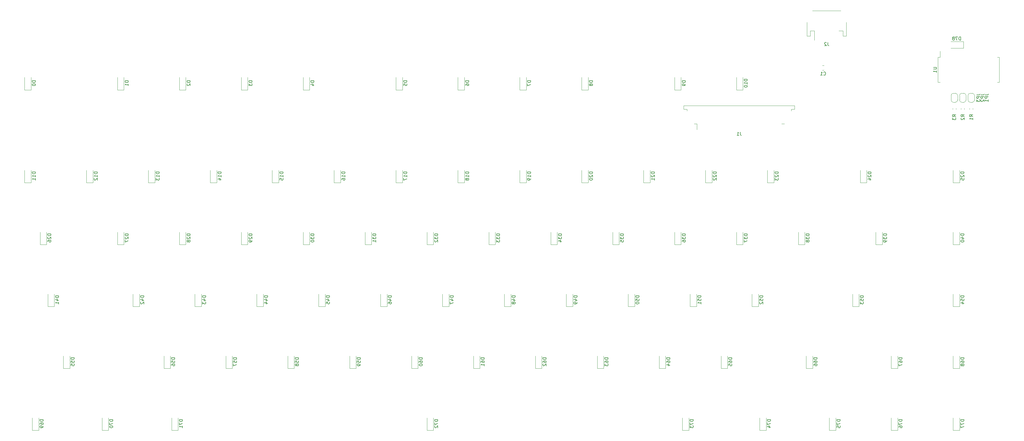
<source format=gbo>
G04 #@! TF.GenerationSoftware,KiCad,Pcbnew,(5.1.6)-1*
G04 #@! TF.CreationDate,2021-03-28T22:48:09-04:00*
G04 #@! TF.ProjectId,keyboard-layout-tall,6b657962-6f61-4726-942d-6c61796f7574,rev?*
G04 #@! TF.SameCoordinates,Original*
G04 #@! TF.FileFunction,Legend,Bot*
G04 #@! TF.FilePolarity,Positive*
%FSLAX46Y46*%
G04 Gerber Fmt 4.6, Leading zero omitted, Abs format (unit mm)*
G04 Created by KiCad (PCBNEW (5.1.6)-1) date 2021-03-28 22:48:09*
%MOMM*%
%LPD*%
G01*
G04 APERTURE LIST*
%ADD10C,0.120000*%
%ADD11C,0.150000*%
%ADD12C,1.626000*%
%ADD13C,3.152000*%
%ADD14C,4.102000*%
%ADD15C,1.802000*%
%ADD16C,2.302000*%
%ADD17C,3.302000*%
%ADD18R,0.712000X2.102000*%
%ADD19R,2.782000X3.702000*%
%ADD20R,1.202000X1.202000*%
%ADD21C,0.100000*%
G04 APERTURE END LIST*
D10*
X273165000Y-86310000D02*
X273990000Y-86310000D01*
X247035000Y-86310000D02*
X247035000Y-88110000D01*
X246210000Y-86310000D02*
X247035000Y-86310000D01*
X244055000Y-81800000D02*
X244055000Y-82340000D01*
X243030000Y-81800000D02*
X244055000Y-81800000D01*
X243030000Y-80690000D02*
X243030000Y-81800000D01*
X277170000Y-80690000D02*
X243030000Y-80690000D01*
X277170000Y-81800000D02*
X277170000Y-80690000D01*
X276145000Y-81800000D02*
X277170000Y-81800000D01*
X276145000Y-82340000D02*
X276145000Y-81800000D01*
X42175000Y-75870000D02*
X40175000Y-75870000D01*
X40175000Y-75870000D02*
X40175000Y-72020000D01*
X42175000Y-75870000D02*
X42175000Y-72020000D01*
X70750000Y-75870000D02*
X68750000Y-75870000D01*
X68750000Y-75870000D02*
X68750000Y-72020000D01*
X70750000Y-75870000D02*
X70750000Y-72020000D01*
X89800000Y-75870000D02*
X87800000Y-75870000D01*
X87800000Y-75870000D02*
X87800000Y-72020000D01*
X89800000Y-75870000D02*
X89800000Y-72020000D01*
X108850000Y-75870000D02*
X106850000Y-75870000D01*
X106850000Y-75870000D02*
X106850000Y-72020000D01*
X108850000Y-75870000D02*
X108850000Y-72020000D01*
X127900000Y-75870000D02*
X127900000Y-72020000D01*
X125900000Y-75870000D02*
X125900000Y-72020000D01*
X127900000Y-75870000D02*
X125900000Y-75870000D01*
X156475000Y-75870000D02*
X154475000Y-75870000D01*
X154475000Y-75870000D02*
X154475000Y-72020000D01*
X156475000Y-75870000D02*
X156475000Y-72020000D01*
X175525000Y-75870000D02*
X173525000Y-75870000D01*
X173525000Y-75870000D02*
X173525000Y-72020000D01*
X175525000Y-75870000D02*
X175525000Y-72020000D01*
X194575000Y-75870000D02*
X192575000Y-75870000D01*
X192575000Y-75870000D02*
X192575000Y-72020000D01*
X194575000Y-75870000D02*
X194575000Y-72020000D01*
X213625000Y-75870000D02*
X211625000Y-75870000D01*
X211625000Y-75870000D02*
X211625000Y-72020000D01*
X213625000Y-75870000D02*
X213625000Y-72020000D01*
X242200000Y-75870000D02*
X242200000Y-72020000D01*
X240200000Y-75870000D02*
X240200000Y-72020000D01*
X242200000Y-75870000D02*
X240200000Y-75870000D01*
X261250000Y-75870000D02*
X261250000Y-72020000D01*
X259250000Y-75870000D02*
X259250000Y-72020000D01*
X261250000Y-75870000D02*
X259250000Y-75870000D01*
X42175000Y-104445000D02*
X42175000Y-100595000D01*
X40175000Y-104445000D02*
X40175000Y-100595000D01*
X42175000Y-104445000D02*
X40175000Y-104445000D01*
X61225000Y-104445000D02*
X59225000Y-104445000D01*
X59225000Y-104445000D02*
X59225000Y-100595000D01*
X61225000Y-104445000D02*
X61225000Y-100595000D01*
X80275000Y-104445000D02*
X78275000Y-104445000D01*
X78275000Y-104445000D02*
X78275000Y-100595000D01*
X80275000Y-104445000D02*
X80275000Y-100595000D01*
X99325000Y-104445000D02*
X97325000Y-104445000D01*
X97325000Y-104445000D02*
X97325000Y-100595000D01*
X99325000Y-104445000D02*
X99325000Y-100595000D01*
X118375000Y-104445000D02*
X116375000Y-104445000D01*
X116375000Y-104445000D02*
X116375000Y-100595000D01*
X118375000Y-104445000D02*
X118375000Y-100595000D01*
X137425000Y-104445000D02*
X137425000Y-100595000D01*
X135425000Y-104445000D02*
X135425000Y-100595000D01*
X137425000Y-104445000D02*
X135425000Y-104445000D01*
X156475000Y-104445000D02*
X156475000Y-100595000D01*
X154475000Y-104445000D02*
X154475000Y-100595000D01*
X156475000Y-104445000D02*
X154475000Y-104445000D01*
X175525000Y-104445000D02*
X175525000Y-100595000D01*
X173525000Y-104445000D02*
X173525000Y-100595000D01*
X175525000Y-104445000D02*
X173525000Y-104445000D01*
X194575000Y-104445000D02*
X194575000Y-100595000D01*
X192575000Y-104445000D02*
X192575000Y-100595000D01*
X194575000Y-104445000D02*
X192575000Y-104445000D01*
X213625000Y-104445000D02*
X213625000Y-100595000D01*
X211625000Y-104445000D02*
X211625000Y-100595000D01*
X213625000Y-104445000D02*
X211625000Y-104445000D01*
X232675000Y-104445000D02*
X232675000Y-100595000D01*
X230675000Y-104445000D02*
X230675000Y-100595000D01*
X232675000Y-104445000D02*
X230675000Y-104445000D01*
X251725000Y-104445000D02*
X249725000Y-104445000D01*
X249725000Y-104445000D02*
X249725000Y-100595000D01*
X251725000Y-104445000D02*
X251725000Y-100595000D01*
X270775000Y-104445000D02*
X270775000Y-100595000D01*
X268775000Y-104445000D02*
X268775000Y-100595000D01*
X270775000Y-104445000D02*
X268775000Y-104445000D01*
X299350000Y-104445000D02*
X299350000Y-100595000D01*
X297350000Y-104445000D02*
X297350000Y-100595000D01*
X299350000Y-104445000D02*
X297350000Y-104445000D01*
X327925000Y-104445000D02*
X325925000Y-104445000D01*
X325925000Y-104445000D02*
X325925000Y-100595000D01*
X327925000Y-104445000D02*
X327925000Y-100595000D01*
X46937500Y-123495000D02*
X46937500Y-119645000D01*
X44937500Y-123495000D02*
X44937500Y-119645000D01*
X46937500Y-123495000D02*
X44937500Y-123495000D01*
X70750000Y-123495000D02*
X70750000Y-119645000D01*
X68750000Y-123495000D02*
X68750000Y-119645000D01*
X70750000Y-123495000D02*
X68750000Y-123495000D01*
X89800000Y-123495000D02*
X87800000Y-123495000D01*
X87800000Y-123495000D02*
X87800000Y-119645000D01*
X89800000Y-123495000D02*
X89800000Y-119645000D01*
X108850000Y-123495000D02*
X108850000Y-119645000D01*
X106850000Y-123495000D02*
X106850000Y-119645000D01*
X108850000Y-123495000D02*
X106850000Y-123495000D01*
X127900000Y-123495000D02*
X125900000Y-123495000D01*
X125900000Y-123495000D02*
X125900000Y-119645000D01*
X127900000Y-123495000D02*
X127900000Y-119645000D01*
X146950000Y-123495000D02*
X146950000Y-119645000D01*
X144950000Y-123495000D02*
X144950000Y-119645000D01*
X146950000Y-123495000D02*
X144950000Y-123495000D01*
X166000000Y-123495000D02*
X164000000Y-123495000D01*
X164000000Y-123495000D02*
X164000000Y-119645000D01*
X166000000Y-123495000D02*
X166000000Y-119645000D01*
X185050000Y-123495000D02*
X185050000Y-119645000D01*
X183050000Y-123495000D02*
X183050000Y-119645000D01*
X185050000Y-123495000D02*
X183050000Y-123495000D01*
X204100000Y-123495000D02*
X202100000Y-123495000D01*
X202100000Y-123495000D02*
X202100000Y-119645000D01*
X204100000Y-123495000D02*
X204100000Y-119645000D01*
X223150000Y-123495000D02*
X223150000Y-119645000D01*
X221150000Y-123495000D02*
X221150000Y-119645000D01*
X223150000Y-123495000D02*
X221150000Y-123495000D01*
X242200000Y-123495000D02*
X240200000Y-123495000D01*
X240200000Y-123495000D02*
X240200000Y-119645000D01*
X242200000Y-123495000D02*
X242200000Y-119645000D01*
X261250000Y-123495000D02*
X261250000Y-119645000D01*
X259250000Y-123495000D02*
X259250000Y-119645000D01*
X261250000Y-123495000D02*
X259250000Y-123495000D01*
X280300000Y-123495000D02*
X278300000Y-123495000D01*
X278300000Y-123495000D02*
X278300000Y-119645000D01*
X280300000Y-123495000D02*
X280300000Y-119645000D01*
X304112500Y-123495000D02*
X304112500Y-119645000D01*
X302112500Y-123495000D02*
X302112500Y-119645000D01*
X304112500Y-123495000D02*
X302112500Y-123495000D01*
X327925000Y-123495000D02*
X325925000Y-123495000D01*
X325925000Y-123495000D02*
X325925000Y-119645000D01*
X327925000Y-123495000D02*
X327925000Y-119645000D01*
X49318750Y-142545000D02*
X47318750Y-142545000D01*
X47318750Y-142545000D02*
X47318750Y-138695000D01*
X49318750Y-142545000D02*
X49318750Y-138695000D01*
X75512500Y-142545000D02*
X75512500Y-138695000D01*
X73512500Y-142545000D02*
X73512500Y-138695000D01*
X75512500Y-142545000D02*
X73512500Y-142545000D01*
X94562500Y-142545000D02*
X92562500Y-142545000D01*
X92562500Y-142545000D02*
X92562500Y-138695000D01*
X94562500Y-142545000D02*
X94562500Y-138695000D01*
X113612500Y-142545000D02*
X113612500Y-138695000D01*
X111612500Y-142545000D02*
X111612500Y-138695000D01*
X113612500Y-142545000D02*
X111612500Y-142545000D01*
X132662500Y-142545000D02*
X130662500Y-142545000D01*
X130662500Y-142545000D02*
X130662500Y-138695000D01*
X132662500Y-142545000D02*
X132662500Y-138695000D01*
X151712500Y-142545000D02*
X151712500Y-138695000D01*
X149712500Y-142545000D02*
X149712500Y-138695000D01*
X151712500Y-142545000D02*
X149712500Y-142545000D01*
X170762500Y-142545000D02*
X168762500Y-142545000D01*
X168762500Y-142545000D02*
X168762500Y-138695000D01*
X170762500Y-142545000D02*
X170762500Y-138695000D01*
X189812500Y-142545000D02*
X189812500Y-138695000D01*
X187812500Y-142545000D02*
X187812500Y-138695000D01*
X189812500Y-142545000D02*
X187812500Y-142545000D01*
X208862500Y-142545000D02*
X208862500Y-138695000D01*
X206862500Y-142545000D02*
X206862500Y-138695000D01*
X208862500Y-142545000D02*
X206862500Y-142545000D01*
X227912500Y-142545000D02*
X227912500Y-138695000D01*
X225912500Y-142545000D02*
X225912500Y-138695000D01*
X227912500Y-142545000D02*
X225912500Y-142545000D01*
X246962500Y-142545000D02*
X244962500Y-142545000D01*
X244962500Y-142545000D02*
X244962500Y-138695000D01*
X246962500Y-142545000D02*
X246962500Y-138695000D01*
X266012500Y-142545000D02*
X266012500Y-138695000D01*
X264012500Y-142545000D02*
X264012500Y-138695000D01*
X266012500Y-142545000D02*
X264012500Y-142545000D01*
X296968750Y-142545000D02*
X294968750Y-142545000D01*
X294968750Y-142545000D02*
X294968750Y-138695000D01*
X296968750Y-142545000D02*
X296968750Y-138695000D01*
X327925000Y-142545000D02*
X325925000Y-142545000D01*
X325925000Y-142545000D02*
X325925000Y-138695000D01*
X327925000Y-142545000D02*
X327925000Y-138695000D01*
X54081250Y-161595000D02*
X52081250Y-161595000D01*
X52081250Y-161595000D02*
X52081250Y-157745000D01*
X54081250Y-161595000D02*
X54081250Y-157745000D01*
X85037500Y-161595000D02*
X83037500Y-161595000D01*
X83037500Y-161595000D02*
X83037500Y-157745000D01*
X85037500Y-161595000D02*
X85037500Y-157745000D01*
X104087500Y-161595000D02*
X104087500Y-157745000D01*
X102087500Y-161595000D02*
X102087500Y-157745000D01*
X104087500Y-161595000D02*
X102087500Y-161595000D01*
X123137500Y-161595000D02*
X121137500Y-161595000D01*
X121137500Y-161595000D02*
X121137500Y-157745000D01*
X123137500Y-161595000D02*
X123137500Y-157745000D01*
X142187500Y-161595000D02*
X142187500Y-157745000D01*
X140187500Y-161595000D02*
X140187500Y-157745000D01*
X142187500Y-161595000D02*
X140187500Y-161595000D01*
X161237500Y-161595000D02*
X159237500Y-161595000D01*
X159237500Y-161595000D02*
X159237500Y-157745000D01*
X161237500Y-161595000D02*
X161237500Y-157745000D01*
X180287500Y-161595000D02*
X180287500Y-157745000D01*
X178287500Y-161595000D02*
X178287500Y-157745000D01*
X180287500Y-161595000D02*
X178287500Y-161595000D01*
X199337500Y-161595000D02*
X197337500Y-161595000D01*
X197337500Y-161595000D02*
X197337500Y-157745000D01*
X199337500Y-161595000D02*
X199337500Y-157745000D01*
X218387500Y-161595000D02*
X218387500Y-157745000D01*
X216387500Y-161595000D02*
X216387500Y-157745000D01*
X218387500Y-161595000D02*
X216387500Y-161595000D01*
X237437500Y-161595000D02*
X235437500Y-161595000D01*
X235437500Y-161595000D02*
X235437500Y-157745000D01*
X237437500Y-161595000D02*
X237437500Y-157745000D01*
X256487500Y-161595000D02*
X256487500Y-157745000D01*
X254487500Y-161595000D02*
X254487500Y-157745000D01*
X256487500Y-161595000D02*
X254487500Y-161595000D01*
X282681250Y-161595000D02*
X282681250Y-157745000D01*
X280681250Y-161595000D02*
X280681250Y-157745000D01*
X282681250Y-161595000D02*
X280681250Y-161595000D01*
X308875000Y-161595000D02*
X308875000Y-157745000D01*
X306875000Y-161595000D02*
X306875000Y-157745000D01*
X308875000Y-161595000D02*
X306875000Y-161595000D01*
X327925000Y-161595000D02*
X325925000Y-161595000D01*
X325925000Y-161595000D02*
X325925000Y-157745000D01*
X327925000Y-161595000D02*
X327925000Y-157745000D01*
X44556250Y-180645000D02*
X44556250Y-176795000D01*
X42556250Y-180645000D02*
X42556250Y-176795000D01*
X44556250Y-180645000D02*
X42556250Y-180645000D01*
X65987500Y-180645000D02*
X63987500Y-180645000D01*
X63987500Y-180645000D02*
X63987500Y-176795000D01*
X65987500Y-180645000D02*
X65987500Y-176795000D01*
X87418750Y-180645000D02*
X87418750Y-176795000D01*
X85418750Y-180645000D02*
X85418750Y-176795000D01*
X87418750Y-180645000D02*
X85418750Y-180645000D01*
X166000000Y-180645000D02*
X164000000Y-180645000D01*
X164000000Y-180645000D02*
X164000000Y-176795000D01*
X166000000Y-180645000D02*
X166000000Y-176795000D01*
X244581250Y-180645000D02*
X244581250Y-176795000D01*
X242581250Y-180645000D02*
X242581250Y-176795000D01*
X244581250Y-180645000D02*
X242581250Y-180645000D01*
X268393750Y-180645000D02*
X266393750Y-180645000D01*
X266393750Y-180645000D02*
X266393750Y-176795000D01*
X268393750Y-180645000D02*
X268393750Y-176795000D01*
X289825000Y-180645000D02*
X289825000Y-176795000D01*
X287825000Y-180645000D02*
X287825000Y-176795000D01*
X289825000Y-180645000D02*
X287825000Y-180645000D01*
X308875000Y-180645000D02*
X306875000Y-180645000D01*
X306875000Y-180645000D02*
X306875000Y-176795000D01*
X308875000Y-180645000D02*
X308875000Y-176795000D01*
X327925000Y-180645000D02*
X327925000Y-176795000D01*
X325925000Y-180645000D02*
X325925000Y-176795000D01*
X327925000Y-180645000D02*
X325925000Y-180645000D01*
X321885000Y-65840000D02*
X321885000Y-64000000D01*
X321240000Y-65840000D02*
X321885000Y-65840000D01*
X321240000Y-69700000D02*
X321240000Y-65840000D01*
X321240000Y-73560000D02*
X321885000Y-73560000D01*
X321240000Y-69700000D02*
X321240000Y-73560000D01*
X340160000Y-65840000D02*
X339515000Y-65840000D01*
X340160000Y-69700000D02*
X340160000Y-65840000D01*
X340160000Y-73560000D02*
X339515000Y-73560000D01*
X340160000Y-69700000D02*
X340160000Y-73560000D01*
X286158578Y-69810000D02*
X285641422Y-69810000D01*
X286158578Y-68390000D02*
X285641422Y-68390000D01*
X329100000Y-61000000D02*
X325250000Y-61000000D01*
X329100000Y-63000000D02*
X325250000Y-63000000D01*
X329100000Y-61000000D02*
X329100000Y-63000000D01*
X331200000Y-76900000D02*
G75*
G03*
X330500000Y-77600000I0J-700000D01*
G01*
X332500000Y-77600000D02*
G75*
G03*
X331800000Y-76900000I-700000J0D01*
G01*
X331800000Y-79700000D02*
G75*
G03*
X332500000Y-79000000I0J700000D01*
G01*
X330500000Y-79000000D02*
G75*
G03*
X331200000Y-79700000I700000J0D01*
G01*
X331800000Y-76900000D02*
X331200000Y-76900000D01*
X332500000Y-79000000D02*
X332500000Y-77600000D01*
X331200000Y-79700000D02*
X331800000Y-79700000D01*
X330500000Y-77600000D02*
X330500000Y-79000000D01*
X327900000Y-77600000D02*
X327900000Y-79000000D01*
X328600000Y-79700000D02*
X329200000Y-79700000D01*
X329900000Y-79000000D02*
X329900000Y-77600000D01*
X329200000Y-76900000D02*
X328600000Y-76900000D01*
X327900000Y-79000000D02*
G75*
G03*
X328600000Y-79700000I700000J0D01*
G01*
X329200000Y-79700000D02*
G75*
G03*
X329900000Y-79000000I0J700000D01*
G01*
X329900000Y-77600000D02*
G75*
G03*
X329200000Y-76900000I-700000J0D01*
G01*
X328600000Y-76900000D02*
G75*
G03*
X327900000Y-77600000I0J-700000D01*
G01*
X325300000Y-77600000D02*
X325300000Y-79000000D01*
X326000000Y-79700000D02*
X326600000Y-79700000D01*
X327300000Y-79000000D02*
X327300000Y-77600000D01*
X326600000Y-76900000D02*
X326000000Y-76900000D01*
X325300000Y-79000000D02*
G75*
G03*
X326000000Y-79700000I700000J0D01*
G01*
X326600000Y-79700000D02*
G75*
G03*
X327300000Y-79000000I0J700000D01*
G01*
X327300000Y-77600000D02*
G75*
G03*
X326600000Y-76900000I-700000J0D01*
G01*
X326000000Y-76900000D02*
G75*
G03*
X325300000Y-77600000I0J-700000D01*
G01*
X332010000Y-81537221D02*
X332010000Y-81862779D01*
X330990000Y-81537221D02*
X330990000Y-81862779D01*
X328390000Y-81537221D02*
X328390000Y-81862779D01*
X329410000Y-81537221D02*
X329410000Y-81862779D01*
X326810000Y-81537221D02*
X326810000Y-81862779D01*
X325790000Y-81537221D02*
X325790000Y-81862779D01*
X282660000Y-51490000D02*
X291340000Y-51490000D01*
X292040000Y-57710000D02*
X290760000Y-57710000D01*
X292040000Y-59310000D02*
X292040000Y-57710000D01*
X293060000Y-59310000D02*
X292040000Y-59310000D01*
X293060000Y-55060000D02*
X293060000Y-59310000D01*
X283240000Y-57710000D02*
X283240000Y-60600000D01*
X281960000Y-57710000D02*
X283240000Y-57710000D01*
X281960000Y-59310000D02*
X281960000Y-57710000D01*
X280940000Y-59310000D02*
X281960000Y-59310000D01*
X280940000Y-55060000D02*
X280940000Y-59310000D01*
D11*
X260433333Y-88852380D02*
X260433333Y-89566666D01*
X260480952Y-89709523D01*
X260576190Y-89804761D01*
X260719047Y-89852380D01*
X260814285Y-89852380D01*
X259433333Y-89852380D02*
X260004761Y-89852380D01*
X259719047Y-89852380D02*
X259719047Y-88852380D01*
X259814285Y-88995238D01*
X259909523Y-89090476D01*
X260004761Y-89138095D01*
X43532380Y-73058904D02*
X42532380Y-73058904D01*
X42532380Y-73297000D01*
X42580000Y-73439857D01*
X42675238Y-73535095D01*
X42770476Y-73582714D01*
X42960952Y-73630333D01*
X43103809Y-73630333D01*
X43294285Y-73582714D01*
X43389523Y-73535095D01*
X43484761Y-73439857D01*
X43532380Y-73297000D01*
X43532380Y-73058904D01*
X42532380Y-74249380D02*
X42532380Y-74344619D01*
X42580000Y-74439857D01*
X42627619Y-74487476D01*
X42722857Y-74535095D01*
X42913333Y-74582714D01*
X43151428Y-74582714D01*
X43341904Y-74535095D01*
X43437142Y-74487476D01*
X43484761Y-74439857D01*
X43532380Y-74344619D01*
X43532380Y-74249380D01*
X43484761Y-74154142D01*
X43437142Y-74106523D01*
X43341904Y-74058904D01*
X43151428Y-74011285D01*
X42913333Y-74011285D01*
X42722857Y-74058904D01*
X42627619Y-74106523D01*
X42580000Y-74154142D01*
X42532380Y-74249380D01*
X72107380Y-73058904D02*
X71107380Y-73058904D01*
X71107380Y-73297000D01*
X71155000Y-73439857D01*
X71250238Y-73535095D01*
X71345476Y-73582714D01*
X71535952Y-73630333D01*
X71678809Y-73630333D01*
X71869285Y-73582714D01*
X71964523Y-73535095D01*
X72059761Y-73439857D01*
X72107380Y-73297000D01*
X72107380Y-73058904D01*
X72107380Y-74582714D02*
X72107380Y-74011285D01*
X72107380Y-74297000D02*
X71107380Y-74297000D01*
X71250238Y-74201761D01*
X71345476Y-74106523D01*
X71393095Y-74011285D01*
X91157380Y-73058904D02*
X90157380Y-73058904D01*
X90157380Y-73297000D01*
X90205000Y-73439857D01*
X90300238Y-73535095D01*
X90395476Y-73582714D01*
X90585952Y-73630333D01*
X90728809Y-73630333D01*
X90919285Y-73582714D01*
X91014523Y-73535095D01*
X91109761Y-73439857D01*
X91157380Y-73297000D01*
X91157380Y-73058904D01*
X90252619Y-74011285D02*
X90205000Y-74058904D01*
X90157380Y-74154142D01*
X90157380Y-74392238D01*
X90205000Y-74487476D01*
X90252619Y-74535095D01*
X90347857Y-74582714D01*
X90443095Y-74582714D01*
X90585952Y-74535095D01*
X91157380Y-73963666D01*
X91157380Y-74582714D01*
X110207380Y-73058904D02*
X109207380Y-73058904D01*
X109207380Y-73297000D01*
X109255000Y-73439857D01*
X109350238Y-73535095D01*
X109445476Y-73582714D01*
X109635952Y-73630333D01*
X109778809Y-73630333D01*
X109969285Y-73582714D01*
X110064523Y-73535095D01*
X110159761Y-73439857D01*
X110207380Y-73297000D01*
X110207380Y-73058904D01*
X109207380Y-73963666D02*
X109207380Y-74582714D01*
X109588333Y-74249380D01*
X109588333Y-74392238D01*
X109635952Y-74487476D01*
X109683571Y-74535095D01*
X109778809Y-74582714D01*
X110016904Y-74582714D01*
X110112142Y-74535095D01*
X110159761Y-74487476D01*
X110207380Y-74392238D01*
X110207380Y-74106523D01*
X110159761Y-74011285D01*
X110112142Y-73963666D01*
X129257380Y-73058904D02*
X128257380Y-73058904D01*
X128257380Y-73297000D01*
X128305000Y-73439857D01*
X128400238Y-73535095D01*
X128495476Y-73582714D01*
X128685952Y-73630333D01*
X128828809Y-73630333D01*
X129019285Y-73582714D01*
X129114523Y-73535095D01*
X129209761Y-73439857D01*
X129257380Y-73297000D01*
X129257380Y-73058904D01*
X128590714Y-74487476D02*
X129257380Y-74487476D01*
X128209761Y-74249380D02*
X128924047Y-74011285D01*
X128924047Y-74630333D01*
X157832380Y-73058904D02*
X156832380Y-73058904D01*
X156832380Y-73297000D01*
X156880000Y-73439857D01*
X156975238Y-73535095D01*
X157070476Y-73582714D01*
X157260952Y-73630333D01*
X157403809Y-73630333D01*
X157594285Y-73582714D01*
X157689523Y-73535095D01*
X157784761Y-73439857D01*
X157832380Y-73297000D01*
X157832380Y-73058904D01*
X156832380Y-74535095D02*
X156832380Y-74058904D01*
X157308571Y-74011285D01*
X157260952Y-74058904D01*
X157213333Y-74154142D01*
X157213333Y-74392238D01*
X157260952Y-74487476D01*
X157308571Y-74535095D01*
X157403809Y-74582714D01*
X157641904Y-74582714D01*
X157737142Y-74535095D01*
X157784761Y-74487476D01*
X157832380Y-74392238D01*
X157832380Y-74154142D01*
X157784761Y-74058904D01*
X157737142Y-74011285D01*
X176882380Y-73058904D02*
X175882380Y-73058904D01*
X175882380Y-73297000D01*
X175930000Y-73439857D01*
X176025238Y-73535095D01*
X176120476Y-73582714D01*
X176310952Y-73630333D01*
X176453809Y-73630333D01*
X176644285Y-73582714D01*
X176739523Y-73535095D01*
X176834761Y-73439857D01*
X176882380Y-73297000D01*
X176882380Y-73058904D01*
X175882380Y-74487476D02*
X175882380Y-74297000D01*
X175930000Y-74201761D01*
X175977619Y-74154142D01*
X176120476Y-74058904D01*
X176310952Y-74011285D01*
X176691904Y-74011285D01*
X176787142Y-74058904D01*
X176834761Y-74106523D01*
X176882380Y-74201761D01*
X176882380Y-74392238D01*
X176834761Y-74487476D01*
X176787142Y-74535095D01*
X176691904Y-74582714D01*
X176453809Y-74582714D01*
X176358571Y-74535095D01*
X176310952Y-74487476D01*
X176263333Y-74392238D01*
X176263333Y-74201761D01*
X176310952Y-74106523D01*
X176358571Y-74058904D01*
X176453809Y-74011285D01*
X195932380Y-73058904D02*
X194932380Y-73058904D01*
X194932380Y-73297000D01*
X194980000Y-73439857D01*
X195075238Y-73535095D01*
X195170476Y-73582714D01*
X195360952Y-73630333D01*
X195503809Y-73630333D01*
X195694285Y-73582714D01*
X195789523Y-73535095D01*
X195884761Y-73439857D01*
X195932380Y-73297000D01*
X195932380Y-73058904D01*
X194932380Y-73963666D02*
X194932380Y-74630333D01*
X195932380Y-74201761D01*
X214982380Y-73058904D02*
X213982380Y-73058904D01*
X213982380Y-73297000D01*
X214030000Y-73439857D01*
X214125238Y-73535095D01*
X214220476Y-73582714D01*
X214410952Y-73630333D01*
X214553809Y-73630333D01*
X214744285Y-73582714D01*
X214839523Y-73535095D01*
X214934761Y-73439857D01*
X214982380Y-73297000D01*
X214982380Y-73058904D01*
X214410952Y-74201761D02*
X214363333Y-74106523D01*
X214315714Y-74058904D01*
X214220476Y-74011285D01*
X214172857Y-74011285D01*
X214077619Y-74058904D01*
X214030000Y-74106523D01*
X213982380Y-74201761D01*
X213982380Y-74392238D01*
X214030000Y-74487476D01*
X214077619Y-74535095D01*
X214172857Y-74582714D01*
X214220476Y-74582714D01*
X214315714Y-74535095D01*
X214363333Y-74487476D01*
X214410952Y-74392238D01*
X214410952Y-74201761D01*
X214458571Y-74106523D01*
X214506190Y-74058904D01*
X214601428Y-74011285D01*
X214791904Y-74011285D01*
X214887142Y-74058904D01*
X214934761Y-74106523D01*
X214982380Y-74201761D01*
X214982380Y-74392238D01*
X214934761Y-74487476D01*
X214887142Y-74535095D01*
X214791904Y-74582714D01*
X214601428Y-74582714D01*
X214506190Y-74535095D01*
X214458571Y-74487476D01*
X214410952Y-74392238D01*
X243557380Y-73058904D02*
X242557380Y-73058904D01*
X242557380Y-73297000D01*
X242605000Y-73439857D01*
X242700238Y-73535095D01*
X242795476Y-73582714D01*
X242985952Y-73630333D01*
X243128809Y-73630333D01*
X243319285Y-73582714D01*
X243414523Y-73535095D01*
X243509761Y-73439857D01*
X243557380Y-73297000D01*
X243557380Y-73058904D01*
X243557380Y-74106523D02*
X243557380Y-74297000D01*
X243509761Y-74392238D01*
X243462142Y-74439857D01*
X243319285Y-74535095D01*
X243128809Y-74582714D01*
X242747857Y-74582714D01*
X242652619Y-74535095D01*
X242605000Y-74487476D01*
X242557380Y-74392238D01*
X242557380Y-74201761D01*
X242605000Y-74106523D01*
X242652619Y-74058904D01*
X242747857Y-74011285D01*
X242985952Y-74011285D01*
X243081190Y-74058904D01*
X243128809Y-74106523D01*
X243176428Y-74201761D01*
X243176428Y-74392238D01*
X243128809Y-74487476D01*
X243081190Y-74535095D01*
X242985952Y-74582714D01*
X262607380Y-72582714D02*
X261607380Y-72582714D01*
X261607380Y-72820809D01*
X261655000Y-72963666D01*
X261750238Y-73058904D01*
X261845476Y-73106523D01*
X262035952Y-73154142D01*
X262178809Y-73154142D01*
X262369285Y-73106523D01*
X262464523Y-73058904D01*
X262559761Y-72963666D01*
X262607380Y-72820809D01*
X262607380Y-72582714D01*
X262607380Y-74106523D02*
X262607380Y-73535095D01*
X262607380Y-73820809D02*
X261607380Y-73820809D01*
X261750238Y-73725571D01*
X261845476Y-73630333D01*
X261893095Y-73535095D01*
X261607380Y-74725571D02*
X261607380Y-74820809D01*
X261655000Y-74916047D01*
X261702619Y-74963666D01*
X261797857Y-75011285D01*
X261988333Y-75058904D01*
X262226428Y-75058904D01*
X262416904Y-75011285D01*
X262512142Y-74963666D01*
X262559761Y-74916047D01*
X262607380Y-74820809D01*
X262607380Y-74725571D01*
X262559761Y-74630333D01*
X262512142Y-74582714D01*
X262416904Y-74535095D01*
X262226428Y-74487476D01*
X261988333Y-74487476D01*
X261797857Y-74535095D01*
X261702619Y-74582714D01*
X261655000Y-74630333D01*
X261607380Y-74725571D01*
X43532380Y-101157714D02*
X42532380Y-101157714D01*
X42532380Y-101395809D01*
X42580000Y-101538666D01*
X42675238Y-101633904D01*
X42770476Y-101681523D01*
X42960952Y-101729142D01*
X43103809Y-101729142D01*
X43294285Y-101681523D01*
X43389523Y-101633904D01*
X43484761Y-101538666D01*
X43532380Y-101395809D01*
X43532380Y-101157714D01*
X43532380Y-102681523D02*
X43532380Y-102110095D01*
X43532380Y-102395809D02*
X42532380Y-102395809D01*
X42675238Y-102300571D01*
X42770476Y-102205333D01*
X42818095Y-102110095D01*
X43532380Y-103633904D02*
X43532380Y-103062476D01*
X43532380Y-103348190D02*
X42532380Y-103348190D01*
X42675238Y-103252952D01*
X42770476Y-103157714D01*
X42818095Y-103062476D01*
X62582380Y-101157714D02*
X61582380Y-101157714D01*
X61582380Y-101395809D01*
X61630000Y-101538666D01*
X61725238Y-101633904D01*
X61820476Y-101681523D01*
X62010952Y-101729142D01*
X62153809Y-101729142D01*
X62344285Y-101681523D01*
X62439523Y-101633904D01*
X62534761Y-101538666D01*
X62582380Y-101395809D01*
X62582380Y-101157714D01*
X62582380Y-102681523D02*
X62582380Y-102110095D01*
X62582380Y-102395809D02*
X61582380Y-102395809D01*
X61725238Y-102300571D01*
X61820476Y-102205333D01*
X61868095Y-102110095D01*
X61677619Y-103062476D02*
X61630000Y-103110095D01*
X61582380Y-103205333D01*
X61582380Y-103443428D01*
X61630000Y-103538666D01*
X61677619Y-103586285D01*
X61772857Y-103633904D01*
X61868095Y-103633904D01*
X62010952Y-103586285D01*
X62582380Y-103014857D01*
X62582380Y-103633904D01*
X81632380Y-101157714D02*
X80632380Y-101157714D01*
X80632380Y-101395809D01*
X80680000Y-101538666D01*
X80775238Y-101633904D01*
X80870476Y-101681523D01*
X81060952Y-101729142D01*
X81203809Y-101729142D01*
X81394285Y-101681523D01*
X81489523Y-101633904D01*
X81584761Y-101538666D01*
X81632380Y-101395809D01*
X81632380Y-101157714D01*
X81632380Y-102681523D02*
X81632380Y-102110095D01*
X81632380Y-102395809D02*
X80632380Y-102395809D01*
X80775238Y-102300571D01*
X80870476Y-102205333D01*
X80918095Y-102110095D01*
X80632380Y-103014857D02*
X80632380Y-103633904D01*
X81013333Y-103300571D01*
X81013333Y-103443428D01*
X81060952Y-103538666D01*
X81108571Y-103586285D01*
X81203809Y-103633904D01*
X81441904Y-103633904D01*
X81537142Y-103586285D01*
X81584761Y-103538666D01*
X81632380Y-103443428D01*
X81632380Y-103157714D01*
X81584761Y-103062476D01*
X81537142Y-103014857D01*
X100682380Y-101157714D02*
X99682380Y-101157714D01*
X99682380Y-101395809D01*
X99730000Y-101538666D01*
X99825238Y-101633904D01*
X99920476Y-101681523D01*
X100110952Y-101729142D01*
X100253809Y-101729142D01*
X100444285Y-101681523D01*
X100539523Y-101633904D01*
X100634761Y-101538666D01*
X100682380Y-101395809D01*
X100682380Y-101157714D01*
X100682380Y-102681523D02*
X100682380Y-102110095D01*
X100682380Y-102395809D02*
X99682380Y-102395809D01*
X99825238Y-102300571D01*
X99920476Y-102205333D01*
X99968095Y-102110095D01*
X100015714Y-103538666D02*
X100682380Y-103538666D01*
X99634761Y-103300571D02*
X100349047Y-103062476D01*
X100349047Y-103681523D01*
X119732380Y-101157714D02*
X118732380Y-101157714D01*
X118732380Y-101395809D01*
X118780000Y-101538666D01*
X118875238Y-101633904D01*
X118970476Y-101681523D01*
X119160952Y-101729142D01*
X119303809Y-101729142D01*
X119494285Y-101681523D01*
X119589523Y-101633904D01*
X119684761Y-101538666D01*
X119732380Y-101395809D01*
X119732380Y-101157714D01*
X119732380Y-102681523D02*
X119732380Y-102110095D01*
X119732380Y-102395809D02*
X118732380Y-102395809D01*
X118875238Y-102300571D01*
X118970476Y-102205333D01*
X119018095Y-102110095D01*
X118732380Y-103586285D02*
X118732380Y-103110095D01*
X119208571Y-103062476D01*
X119160952Y-103110095D01*
X119113333Y-103205333D01*
X119113333Y-103443428D01*
X119160952Y-103538666D01*
X119208571Y-103586285D01*
X119303809Y-103633904D01*
X119541904Y-103633904D01*
X119637142Y-103586285D01*
X119684761Y-103538666D01*
X119732380Y-103443428D01*
X119732380Y-103205333D01*
X119684761Y-103110095D01*
X119637142Y-103062476D01*
X138782380Y-101157714D02*
X137782380Y-101157714D01*
X137782380Y-101395809D01*
X137830000Y-101538666D01*
X137925238Y-101633904D01*
X138020476Y-101681523D01*
X138210952Y-101729142D01*
X138353809Y-101729142D01*
X138544285Y-101681523D01*
X138639523Y-101633904D01*
X138734761Y-101538666D01*
X138782380Y-101395809D01*
X138782380Y-101157714D01*
X138782380Y-102681523D02*
X138782380Y-102110095D01*
X138782380Y-102395809D02*
X137782380Y-102395809D01*
X137925238Y-102300571D01*
X138020476Y-102205333D01*
X138068095Y-102110095D01*
X137782380Y-103538666D02*
X137782380Y-103348190D01*
X137830000Y-103252952D01*
X137877619Y-103205333D01*
X138020476Y-103110095D01*
X138210952Y-103062476D01*
X138591904Y-103062476D01*
X138687142Y-103110095D01*
X138734761Y-103157714D01*
X138782380Y-103252952D01*
X138782380Y-103443428D01*
X138734761Y-103538666D01*
X138687142Y-103586285D01*
X138591904Y-103633904D01*
X138353809Y-103633904D01*
X138258571Y-103586285D01*
X138210952Y-103538666D01*
X138163333Y-103443428D01*
X138163333Y-103252952D01*
X138210952Y-103157714D01*
X138258571Y-103110095D01*
X138353809Y-103062476D01*
X157832380Y-101157714D02*
X156832380Y-101157714D01*
X156832380Y-101395809D01*
X156880000Y-101538666D01*
X156975238Y-101633904D01*
X157070476Y-101681523D01*
X157260952Y-101729142D01*
X157403809Y-101729142D01*
X157594285Y-101681523D01*
X157689523Y-101633904D01*
X157784761Y-101538666D01*
X157832380Y-101395809D01*
X157832380Y-101157714D01*
X157832380Y-102681523D02*
X157832380Y-102110095D01*
X157832380Y-102395809D02*
X156832380Y-102395809D01*
X156975238Y-102300571D01*
X157070476Y-102205333D01*
X157118095Y-102110095D01*
X156832380Y-103014857D02*
X156832380Y-103681523D01*
X157832380Y-103252952D01*
X176882380Y-101157714D02*
X175882380Y-101157714D01*
X175882380Y-101395809D01*
X175930000Y-101538666D01*
X176025238Y-101633904D01*
X176120476Y-101681523D01*
X176310952Y-101729142D01*
X176453809Y-101729142D01*
X176644285Y-101681523D01*
X176739523Y-101633904D01*
X176834761Y-101538666D01*
X176882380Y-101395809D01*
X176882380Y-101157714D01*
X176882380Y-102681523D02*
X176882380Y-102110095D01*
X176882380Y-102395809D02*
X175882380Y-102395809D01*
X176025238Y-102300571D01*
X176120476Y-102205333D01*
X176168095Y-102110095D01*
X176310952Y-103252952D02*
X176263333Y-103157714D01*
X176215714Y-103110095D01*
X176120476Y-103062476D01*
X176072857Y-103062476D01*
X175977619Y-103110095D01*
X175930000Y-103157714D01*
X175882380Y-103252952D01*
X175882380Y-103443428D01*
X175930000Y-103538666D01*
X175977619Y-103586285D01*
X176072857Y-103633904D01*
X176120476Y-103633904D01*
X176215714Y-103586285D01*
X176263333Y-103538666D01*
X176310952Y-103443428D01*
X176310952Y-103252952D01*
X176358571Y-103157714D01*
X176406190Y-103110095D01*
X176501428Y-103062476D01*
X176691904Y-103062476D01*
X176787142Y-103110095D01*
X176834761Y-103157714D01*
X176882380Y-103252952D01*
X176882380Y-103443428D01*
X176834761Y-103538666D01*
X176787142Y-103586285D01*
X176691904Y-103633904D01*
X176501428Y-103633904D01*
X176406190Y-103586285D01*
X176358571Y-103538666D01*
X176310952Y-103443428D01*
X195932380Y-101157714D02*
X194932380Y-101157714D01*
X194932380Y-101395809D01*
X194980000Y-101538666D01*
X195075238Y-101633904D01*
X195170476Y-101681523D01*
X195360952Y-101729142D01*
X195503809Y-101729142D01*
X195694285Y-101681523D01*
X195789523Y-101633904D01*
X195884761Y-101538666D01*
X195932380Y-101395809D01*
X195932380Y-101157714D01*
X195932380Y-102681523D02*
X195932380Y-102110095D01*
X195932380Y-102395809D02*
X194932380Y-102395809D01*
X195075238Y-102300571D01*
X195170476Y-102205333D01*
X195218095Y-102110095D01*
X195932380Y-103157714D02*
X195932380Y-103348190D01*
X195884761Y-103443428D01*
X195837142Y-103491047D01*
X195694285Y-103586285D01*
X195503809Y-103633904D01*
X195122857Y-103633904D01*
X195027619Y-103586285D01*
X194980000Y-103538666D01*
X194932380Y-103443428D01*
X194932380Y-103252952D01*
X194980000Y-103157714D01*
X195027619Y-103110095D01*
X195122857Y-103062476D01*
X195360952Y-103062476D01*
X195456190Y-103110095D01*
X195503809Y-103157714D01*
X195551428Y-103252952D01*
X195551428Y-103443428D01*
X195503809Y-103538666D01*
X195456190Y-103586285D01*
X195360952Y-103633904D01*
X214982380Y-101157714D02*
X213982380Y-101157714D01*
X213982380Y-101395809D01*
X214030000Y-101538666D01*
X214125238Y-101633904D01*
X214220476Y-101681523D01*
X214410952Y-101729142D01*
X214553809Y-101729142D01*
X214744285Y-101681523D01*
X214839523Y-101633904D01*
X214934761Y-101538666D01*
X214982380Y-101395809D01*
X214982380Y-101157714D01*
X214077619Y-102110095D02*
X214030000Y-102157714D01*
X213982380Y-102252952D01*
X213982380Y-102491047D01*
X214030000Y-102586285D01*
X214077619Y-102633904D01*
X214172857Y-102681523D01*
X214268095Y-102681523D01*
X214410952Y-102633904D01*
X214982380Y-102062476D01*
X214982380Y-102681523D01*
X213982380Y-103300571D02*
X213982380Y-103395809D01*
X214030000Y-103491047D01*
X214077619Y-103538666D01*
X214172857Y-103586285D01*
X214363333Y-103633904D01*
X214601428Y-103633904D01*
X214791904Y-103586285D01*
X214887142Y-103538666D01*
X214934761Y-103491047D01*
X214982380Y-103395809D01*
X214982380Y-103300571D01*
X214934761Y-103205333D01*
X214887142Y-103157714D01*
X214791904Y-103110095D01*
X214601428Y-103062476D01*
X214363333Y-103062476D01*
X214172857Y-103110095D01*
X214077619Y-103157714D01*
X214030000Y-103205333D01*
X213982380Y-103300571D01*
X234032380Y-101157714D02*
X233032380Y-101157714D01*
X233032380Y-101395809D01*
X233080000Y-101538666D01*
X233175238Y-101633904D01*
X233270476Y-101681523D01*
X233460952Y-101729142D01*
X233603809Y-101729142D01*
X233794285Y-101681523D01*
X233889523Y-101633904D01*
X233984761Y-101538666D01*
X234032380Y-101395809D01*
X234032380Y-101157714D01*
X233127619Y-102110095D02*
X233080000Y-102157714D01*
X233032380Y-102252952D01*
X233032380Y-102491047D01*
X233080000Y-102586285D01*
X233127619Y-102633904D01*
X233222857Y-102681523D01*
X233318095Y-102681523D01*
X233460952Y-102633904D01*
X234032380Y-102062476D01*
X234032380Y-102681523D01*
X234032380Y-103633904D02*
X234032380Y-103062476D01*
X234032380Y-103348190D02*
X233032380Y-103348190D01*
X233175238Y-103252952D01*
X233270476Y-103157714D01*
X233318095Y-103062476D01*
X253082380Y-101157714D02*
X252082380Y-101157714D01*
X252082380Y-101395809D01*
X252130000Y-101538666D01*
X252225238Y-101633904D01*
X252320476Y-101681523D01*
X252510952Y-101729142D01*
X252653809Y-101729142D01*
X252844285Y-101681523D01*
X252939523Y-101633904D01*
X253034761Y-101538666D01*
X253082380Y-101395809D01*
X253082380Y-101157714D01*
X252177619Y-102110095D02*
X252130000Y-102157714D01*
X252082380Y-102252952D01*
X252082380Y-102491047D01*
X252130000Y-102586285D01*
X252177619Y-102633904D01*
X252272857Y-102681523D01*
X252368095Y-102681523D01*
X252510952Y-102633904D01*
X253082380Y-102062476D01*
X253082380Y-102681523D01*
X252177619Y-103062476D02*
X252130000Y-103110095D01*
X252082380Y-103205333D01*
X252082380Y-103443428D01*
X252130000Y-103538666D01*
X252177619Y-103586285D01*
X252272857Y-103633904D01*
X252368095Y-103633904D01*
X252510952Y-103586285D01*
X253082380Y-103014857D01*
X253082380Y-103633904D01*
X272132380Y-101157714D02*
X271132380Y-101157714D01*
X271132380Y-101395809D01*
X271180000Y-101538666D01*
X271275238Y-101633904D01*
X271370476Y-101681523D01*
X271560952Y-101729142D01*
X271703809Y-101729142D01*
X271894285Y-101681523D01*
X271989523Y-101633904D01*
X272084761Y-101538666D01*
X272132380Y-101395809D01*
X272132380Y-101157714D01*
X271227619Y-102110095D02*
X271180000Y-102157714D01*
X271132380Y-102252952D01*
X271132380Y-102491047D01*
X271180000Y-102586285D01*
X271227619Y-102633904D01*
X271322857Y-102681523D01*
X271418095Y-102681523D01*
X271560952Y-102633904D01*
X272132380Y-102062476D01*
X272132380Y-102681523D01*
X271132380Y-103014857D02*
X271132380Y-103633904D01*
X271513333Y-103300571D01*
X271513333Y-103443428D01*
X271560952Y-103538666D01*
X271608571Y-103586285D01*
X271703809Y-103633904D01*
X271941904Y-103633904D01*
X272037142Y-103586285D01*
X272084761Y-103538666D01*
X272132380Y-103443428D01*
X272132380Y-103157714D01*
X272084761Y-103062476D01*
X272037142Y-103014857D01*
X300707380Y-101157714D02*
X299707380Y-101157714D01*
X299707380Y-101395809D01*
X299755000Y-101538666D01*
X299850238Y-101633904D01*
X299945476Y-101681523D01*
X300135952Y-101729142D01*
X300278809Y-101729142D01*
X300469285Y-101681523D01*
X300564523Y-101633904D01*
X300659761Y-101538666D01*
X300707380Y-101395809D01*
X300707380Y-101157714D01*
X299802619Y-102110095D02*
X299755000Y-102157714D01*
X299707380Y-102252952D01*
X299707380Y-102491047D01*
X299755000Y-102586285D01*
X299802619Y-102633904D01*
X299897857Y-102681523D01*
X299993095Y-102681523D01*
X300135952Y-102633904D01*
X300707380Y-102062476D01*
X300707380Y-102681523D01*
X300040714Y-103538666D02*
X300707380Y-103538666D01*
X299659761Y-103300571D02*
X300374047Y-103062476D01*
X300374047Y-103681523D01*
X329282380Y-101157714D02*
X328282380Y-101157714D01*
X328282380Y-101395809D01*
X328330000Y-101538666D01*
X328425238Y-101633904D01*
X328520476Y-101681523D01*
X328710952Y-101729142D01*
X328853809Y-101729142D01*
X329044285Y-101681523D01*
X329139523Y-101633904D01*
X329234761Y-101538666D01*
X329282380Y-101395809D01*
X329282380Y-101157714D01*
X328377619Y-102110095D02*
X328330000Y-102157714D01*
X328282380Y-102252952D01*
X328282380Y-102491047D01*
X328330000Y-102586285D01*
X328377619Y-102633904D01*
X328472857Y-102681523D01*
X328568095Y-102681523D01*
X328710952Y-102633904D01*
X329282380Y-102062476D01*
X329282380Y-102681523D01*
X328282380Y-103586285D02*
X328282380Y-103110095D01*
X328758571Y-103062476D01*
X328710952Y-103110095D01*
X328663333Y-103205333D01*
X328663333Y-103443428D01*
X328710952Y-103538666D01*
X328758571Y-103586285D01*
X328853809Y-103633904D01*
X329091904Y-103633904D01*
X329187142Y-103586285D01*
X329234761Y-103538666D01*
X329282380Y-103443428D01*
X329282380Y-103205333D01*
X329234761Y-103110095D01*
X329187142Y-103062476D01*
X48294880Y-120207714D02*
X47294880Y-120207714D01*
X47294880Y-120445809D01*
X47342500Y-120588666D01*
X47437738Y-120683904D01*
X47532976Y-120731523D01*
X47723452Y-120779142D01*
X47866309Y-120779142D01*
X48056785Y-120731523D01*
X48152023Y-120683904D01*
X48247261Y-120588666D01*
X48294880Y-120445809D01*
X48294880Y-120207714D01*
X47390119Y-121160095D02*
X47342500Y-121207714D01*
X47294880Y-121302952D01*
X47294880Y-121541047D01*
X47342500Y-121636285D01*
X47390119Y-121683904D01*
X47485357Y-121731523D01*
X47580595Y-121731523D01*
X47723452Y-121683904D01*
X48294880Y-121112476D01*
X48294880Y-121731523D01*
X47294880Y-122588666D02*
X47294880Y-122398190D01*
X47342500Y-122302952D01*
X47390119Y-122255333D01*
X47532976Y-122160095D01*
X47723452Y-122112476D01*
X48104404Y-122112476D01*
X48199642Y-122160095D01*
X48247261Y-122207714D01*
X48294880Y-122302952D01*
X48294880Y-122493428D01*
X48247261Y-122588666D01*
X48199642Y-122636285D01*
X48104404Y-122683904D01*
X47866309Y-122683904D01*
X47771071Y-122636285D01*
X47723452Y-122588666D01*
X47675833Y-122493428D01*
X47675833Y-122302952D01*
X47723452Y-122207714D01*
X47771071Y-122160095D01*
X47866309Y-122112476D01*
X72107380Y-120207714D02*
X71107380Y-120207714D01*
X71107380Y-120445809D01*
X71155000Y-120588666D01*
X71250238Y-120683904D01*
X71345476Y-120731523D01*
X71535952Y-120779142D01*
X71678809Y-120779142D01*
X71869285Y-120731523D01*
X71964523Y-120683904D01*
X72059761Y-120588666D01*
X72107380Y-120445809D01*
X72107380Y-120207714D01*
X71202619Y-121160095D02*
X71155000Y-121207714D01*
X71107380Y-121302952D01*
X71107380Y-121541047D01*
X71155000Y-121636285D01*
X71202619Y-121683904D01*
X71297857Y-121731523D01*
X71393095Y-121731523D01*
X71535952Y-121683904D01*
X72107380Y-121112476D01*
X72107380Y-121731523D01*
X71107380Y-122064857D02*
X71107380Y-122731523D01*
X72107380Y-122302952D01*
X91157380Y-120207714D02*
X90157380Y-120207714D01*
X90157380Y-120445809D01*
X90205000Y-120588666D01*
X90300238Y-120683904D01*
X90395476Y-120731523D01*
X90585952Y-120779142D01*
X90728809Y-120779142D01*
X90919285Y-120731523D01*
X91014523Y-120683904D01*
X91109761Y-120588666D01*
X91157380Y-120445809D01*
X91157380Y-120207714D01*
X90252619Y-121160095D02*
X90205000Y-121207714D01*
X90157380Y-121302952D01*
X90157380Y-121541047D01*
X90205000Y-121636285D01*
X90252619Y-121683904D01*
X90347857Y-121731523D01*
X90443095Y-121731523D01*
X90585952Y-121683904D01*
X91157380Y-121112476D01*
X91157380Y-121731523D01*
X90585952Y-122302952D02*
X90538333Y-122207714D01*
X90490714Y-122160095D01*
X90395476Y-122112476D01*
X90347857Y-122112476D01*
X90252619Y-122160095D01*
X90205000Y-122207714D01*
X90157380Y-122302952D01*
X90157380Y-122493428D01*
X90205000Y-122588666D01*
X90252619Y-122636285D01*
X90347857Y-122683904D01*
X90395476Y-122683904D01*
X90490714Y-122636285D01*
X90538333Y-122588666D01*
X90585952Y-122493428D01*
X90585952Y-122302952D01*
X90633571Y-122207714D01*
X90681190Y-122160095D01*
X90776428Y-122112476D01*
X90966904Y-122112476D01*
X91062142Y-122160095D01*
X91109761Y-122207714D01*
X91157380Y-122302952D01*
X91157380Y-122493428D01*
X91109761Y-122588666D01*
X91062142Y-122636285D01*
X90966904Y-122683904D01*
X90776428Y-122683904D01*
X90681190Y-122636285D01*
X90633571Y-122588666D01*
X90585952Y-122493428D01*
X110207380Y-120207714D02*
X109207380Y-120207714D01*
X109207380Y-120445809D01*
X109255000Y-120588666D01*
X109350238Y-120683904D01*
X109445476Y-120731523D01*
X109635952Y-120779142D01*
X109778809Y-120779142D01*
X109969285Y-120731523D01*
X110064523Y-120683904D01*
X110159761Y-120588666D01*
X110207380Y-120445809D01*
X110207380Y-120207714D01*
X109302619Y-121160095D02*
X109255000Y-121207714D01*
X109207380Y-121302952D01*
X109207380Y-121541047D01*
X109255000Y-121636285D01*
X109302619Y-121683904D01*
X109397857Y-121731523D01*
X109493095Y-121731523D01*
X109635952Y-121683904D01*
X110207380Y-121112476D01*
X110207380Y-121731523D01*
X110207380Y-122207714D02*
X110207380Y-122398190D01*
X110159761Y-122493428D01*
X110112142Y-122541047D01*
X109969285Y-122636285D01*
X109778809Y-122683904D01*
X109397857Y-122683904D01*
X109302619Y-122636285D01*
X109255000Y-122588666D01*
X109207380Y-122493428D01*
X109207380Y-122302952D01*
X109255000Y-122207714D01*
X109302619Y-122160095D01*
X109397857Y-122112476D01*
X109635952Y-122112476D01*
X109731190Y-122160095D01*
X109778809Y-122207714D01*
X109826428Y-122302952D01*
X109826428Y-122493428D01*
X109778809Y-122588666D01*
X109731190Y-122636285D01*
X109635952Y-122683904D01*
X129257380Y-120207714D02*
X128257380Y-120207714D01*
X128257380Y-120445809D01*
X128305000Y-120588666D01*
X128400238Y-120683904D01*
X128495476Y-120731523D01*
X128685952Y-120779142D01*
X128828809Y-120779142D01*
X129019285Y-120731523D01*
X129114523Y-120683904D01*
X129209761Y-120588666D01*
X129257380Y-120445809D01*
X129257380Y-120207714D01*
X128257380Y-121112476D02*
X128257380Y-121731523D01*
X128638333Y-121398190D01*
X128638333Y-121541047D01*
X128685952Y-121636285D01*
X128733571Y-121683904D01*
X128828809Y-121731523D01*
X129066904Y-121731523D01*
X129162142Y-121683904D01*
X129209761Y-121636285D01*
X129257380Y-121541047D01*
X129257380Y-121255333D01*
X129209761Y-121160095D01*
X129162142Y-121112476D01*
X128257380Y-122350571D02*
X128257380Y-122445809D01*
X128305000Y-122541047D01*
X128352619Y-122588666D01*
X128447857Y-122636285D01*
X128638333Y-122683904D01*
X128876428Y-122683904D01*
X129066904Y-122636285D01*
X129162142Y-122588666D01*
X129209761Y-122541047D01*
X129257380Y-122445809D01*
X129257380Y-122350571D01*
X129209761Y-122255333D01*
X129162142Y-122207714D01*
X129066904Y-122160095D01*
X128876428Y-122112476D01*
X128638333Y-122112476D01*
X128447857Y-122160095D01*
X128352619Y-122207714D01*
X128305000Y-122255333D01*
X128257380Y-122350571D01*
X148307380Y-120207714D02*
X147307380Y-120207714D01*
X147307380Y-120445809D01*
X147355000Y-120588666D01*
X147450238Y-120683904D01*
X147545476Y-120731523D01*
X147735952Y-120779142D01*
X147878809Y-120779142D01*
X148069285Y-120731523D01*
X148164523Y-120683904D01*
X148259761Y-120588666D01*
X148307380Y-120445809D01*
X148307380Y-120207714D01*
X147307380Y-121112476D02*
X147307380Y-121731523D01*
X147688333Y-121398190D01*
X147688333Y-121541047D01*
X147735952Y-121636285D01*
X147783571Y-121683904D01*
X147878809Y-121731523D01*
X148116904Y-121731523D01*
X148212142Y-121683904D01*
X148259761Y-121636285D01*
X148307380Y-121541047D01*
X148307380Y-121255333D01*
X148259761Y-121160095D01*
X148212142Y-121112476D01*
X148307380Y-122683904D02*
X148307380Y-122112476D01*
X148307380Y-122398190D02*
X147307380Y-122398190D01*
X147450238Y-122302952D01*
X147545476Y-122207714D01*
X147593095Y-122112476D01*
X167357380Y-120207714D02*
X166357380Y-120207714D01*
X166357380Y-120445809D01*
X166405000Y-120588666D01*
X166500238Y-120683904D01*
X166595476Y-120731523D01*
X166785952Y-120779142D01*
X166928809Y-120779142D01*
X167119285Y-120731523D01*
X167214523Y-120683904D01*
X167309761Y-120588666D01*
X167357380Y-120445809D01*
X167357380Y-120207714D01*
X166357380Y-121112476D02*
X166357380Y-121731523D01*
X166738333Y-121398190D01*
X166738333Y-121541047D01*
X166785952Y-121636285D01*
X166833571Y-121683904D01*
X166928809Y-121731523D01*
X167166904Y-121731523D01*
X167262142Y-121683904D01*
X167309761Y-121636285D01*
X167357380Y-121541047D01*
X167357380Y-121255333D01*
X167309761Y-121160095D01*
X167262142Y-121112476D01*
X166452619Y-122112476D02*
X166405000Y-122160095D01*
X166357380Y-122255333D01*
X166357380Y-122493428D01*
X166405000Y-122588666D01*
X166452619Y-122636285D01*
X166547857Y-122683904D01*
X166643095Y-122683904D01*
X166785952Y-122636285D01*
X167357380Y-122064857D01*
X167357380Y-122683904D01*
X186407380Y-120207714D02*
X185407380Y-120207714D01*
X185407380Y-120445809D01*
X185455000Y-120588666D01*
X185550238Y-120683904D01*
X185645476Y-120731523D01*
X185835952Y-120779142D01*
X185978809Y-120779142D01*
X186169285Y-120731523D01*
X186264523Y-120683904D01*
X186359761Y-120588666D01*
X186407380Y-120445809D01*
X186407380Y-120207714D01*
X185407380Y-121112476D02*
X185407380Y-121731523D01*
X185788333Y-121398190D01*
X185788333Y-121541047D01*
X185835952Y-121636285D01*
X185883571Y-121683904D01*
X185978809Y-121731523D01*
X186216904Y-121731523D01*
X186312142Y-121683904D01*
X186359761Y-121636285D01*
X186407380Y-121541047D01*
X186407380Y-121255333D01*
X186359761Y-121160095D01*
X186312142Y-121112476D01*
X185407380Y-122064857D02*
X185407380Y-122683904D01*
X185788333Y-122350571D01*
X185788333Y-122493428D01*
X185835952Y-122588666D01*
X185883571Y-122636285D01*
X185978809Y-122683904D01*
X186216904Y-122683904D01*
X186312142Y-122636285D01*
X186359761Y-122588666D01*
X186407380Y-122493428D01*
X186407380Y-122207714D01*
X186359761Y-122112476D01*
X186312142Y-122064857D01*
X205457380Y-120207714D02*
X204457380Y-120207714D01*
X204457380Y-120445809D01*
X204505000Y-120588666D01*
X204600238Y-120683904D01*
X204695476Y-120731523D01*
X204885952Y-120779142D01*
X205028809Y-120779142D01*
X205219285Y-120731523D01*
X205314523Y-120683904D01*
X205409761Y-120588666D01*
X205457380Y-120445809D01*
X205457380Y-120207714D01*
X204457380Y-121112476D02*
X204457380Y-121731523D01*
X204838333Y-121398190D01*
X204838333Y-121541047D01*
X204885952Y-121636285D01*
X204933571Y-121683904D01*
X205028809Y-121731523D01*
X205266904Y-121731523D01*
X205362142Y-121683904D01*
X205409761Y-121636285D01*
X205457380Y-121541047D01*
X205457380Y-121255333D01*
X205409761Y-121160095D01*
X205362142Y-121112476D01*
X204790714Y-122588666D02*
X205457380Y-122588666D01*
X204409761Y-122350571D02*
X205124047Y-122112476D01*
X205124047Y-122731523D01*
X224507380Y-120207714D02*
X223507380Y-120207714D01*
X223507380Y-120445809D01*
X223555000Y-120588666D01*
X223650238Y-120683904D01*
X223745476Y-120731523D01*
X223935952Y-120779142D01*
X224078809Y-120779142D01*
X224269285Y-120731523D01*
X224364523Y-120683904D01*
X224459761Y-120588666D01*
X224507380Y-120445809D01*
X224507380Y-120207714D01*
X223507380Y-121112476D02*
X223507380Y-121731523D01*
X223888333Y-121398190D01*
X223888333Y-121541047D01*
X223935952Y-121636285D01*
X223983571Y-121683904D01*
X224078809Y-121731523D01*
X224316904Y-121731523D01*
X224412142Y-121683904D01*
X224459761Y-121636285D01*
X224507380Y-121541047D01*
X224507380Y-121255333D01*
X224459761Y-121160095D01*
X224412142Y-121112476D01*
X223507380Y-122636285D02*
X223507380Y-122160095D01*
X223983571Y-122112476D01*
X223935952Y-122160095D01*
X223888333Y-122255333D01*
X223888333Y-122493428D01*
X223935952Y-122588666D01*
X223983571Y-122636285D01*
X224078809Y-122683904D01*
X224316904Y-122683904D01*
X224412142Y-122636285D01*
X224459761Y-122588666D01*
X224507380Y-122493428D01*
X224507380Y-122255333D01*
X224459761Y-122160095D01*
X224412142Y-122112476D01*
X243557380Y-120207714D02*
X242557380Y-120207714D01*
X242557380Y-120445809D01*
X242605000Y-120588666D01*
X242700238Y-120683904D01*
X242795476Y-120731523D01*
X242985952Y-120779142D01*
X243128809Y-120779142D01*
X243319285Y-120731523D01*
X243414523Y-120683904D01*
X243509761Y-120588666D01*
X243557380Y-120445809D01*
X243557380Y-120207714D01*
X242557380Y-121112476D02*
X242557380Y-121731523D01*
X242938333Y-121398190D01*
X242938333Y-121541047D01*
X242985952Y-121636285D01*
X243033571Y-121683904D01*
X243128809Y-121731523D01*
X243366904Y-121731523D01*
X243462142Y-121683904D01*
X243509761Y-121636285D01*
X243557380Y-121541047D01*
X243557380Y-121255333D01*
X243509761Y-121160095D01*
X243462142Y-121112476D01*
X242557380Y-122588666D02*
X242557380Y-122398190D01*
X242605000Y-122302952D01*
X242652619Y-122255333D01*
X242795476Y-122160095D01*
X242985952Y-122112476D01*
X243366904Y-122112476D01*
X243462142Y-122160095D01*
X243509761Y-122207714D01*
X243557380Y-122302952D01*
X243557380Y-122493428D01*
X243509761Y-122588666D01*
X243462142Y-122636285D01*
X243366904Y-122683904D01*
X243128809Y-122683904D01*
X243033571Y-122636285D01*
X242985952Y-122588666D01*
X242938333Y-122493428D01*
X242938333Y-122302952D01*
X242985952Y-122207714D01*
X243033571Y-122160095D01*
X243128809Y-122112476D01*
X262607380Y-120207714D02*
X261607380Y-120207714D01*
X261607380Y-120445809D01*
X261655000Y-120588666D01*
X261750238Y-120683904D01*
X261845476Y-120731523D01*
X262035952Y-120779142D01*
X262178809Y-120779142D01*
X262369285Y-120731523D01*
X262464523Y-120683904D01*
X262559761Y-120588666D01*
X262607380Y-120445809D01*
X262607380Y-120207714D01*
X261607380Y-121112476D02*
X261607380Y-121731523D01*
X261988333Y-121398190D01*
X261988333Y-121541047D01*
X262035952Y-121636285D01*
X262083571Y-121683904D01*
X262178809Y-121731523D01*
X262416904Y-121731523D01*
X262512142Y-121683904D01*
X262559761Y-121636285D01*
X262607380Y-121541047D01*
X262607380Y-121255333D01*
X262559761Y-121160095D01*
X262512142Y-121112476D01*
X261607380Y-122064857D02*
X261607380Y-122731523D01*
X262607380Y-122302952D01*
X281657380Y-120207714D02*
X280657380Y-120207714D01*
X280657380Y-120445809D01*
X280705000Y-120588666D01*
X280800238Y-120683904D01*
X280895476Y-120731523D01*
X281085952Y-120779142D01*
X281228809Y-120779142D01*
X281419285Y-120731523D01*
X281514523Y-120683904D01*
X281609761Y-120588666D01*
X281657380Y-120445809D01*
X281657380Y-120207714D01*
X280657380Y-121112476D02*
X280657380Y-121731523D01*
X281038333Y-121398190D01*
X281038333Y-121541047D01*
X281085952Y-121636285D01*
X281133571Y-121683904D01*
X281228809Y-121731523D01*
X281466904Y-121731523D01*
X281562142Y-121683904D01*
X281609761Y-121636285D01*
X281657380Y-121541047D01*
X281657380Y-121255333D01*
X281609761Y-121160095D01*
X281562142Y-121112476D01*
X281085952Y-122302952D02*
X281038333Y-122207714D01*
X280990714Y-122160095D01*
X280895476Y-122112476D01*
X280847857Y-122112476D01*
X280752619Y-122160095D01*
X280705000Y-122207714D01*
X280657380Y-122302952D01*
X280657380Y-122493428D01*
X280705000Y-122588666D01*
X280752619Y-122636285D01*
X280847857Y-122683904D01*
X280895476Y-122683904D01*
X280990714Y-122636285D01*
X281038333Y-122588666D01*
X281085952Y-122493428D01*
X281085952Y-122302952D01*
X281133571Y-122207714D01*
X281181190Y-122160095D01*
X281276428Y-122112476D01*
X281466904Y-122112476D01*
X281562142Y-122160095D01*
X281609761Y-122207714D01*
X281657380Y-122302952D01*
X281657380Y-122493428D01*
X281609761Y-122588666D01*
X281562142Y-122636285D01*
X281466904Y-122683904D01*
X281276428Y-122683904D01*
X281181190Y-122636285D01*
X281133571Y-122588666D01*
X281085952Y-122493428D01*
X305469880Y-120207714D02*
X304469880Y-120207714D01*
X304469880Y-120445809D01*
X304517500Y-120588666D01*
X304612738Y-120683904D01*
X304707976Y-120731523D01*
X304898452Y-120779142D01*
X305041309Y-120779142D01*
X305231785Y-120731523D01*
X305327023Y-120683904D01*
X305422261Y-120588666D01*
X305469880Y-120445809D01*
X305469880Y-120207714D01*
X304469880Y-121112476D02*
X304469880Y-121731523D01*
X304850833Y-121398190D01*
X304850833Y-121541047D01*
X304898452Y-121636285D01*
X304946071Y-121683904D01*
X305041309Y-121731523D01*
X305279404Y-121731523D01*
X305374642Y-121683904D01*
X305422261Y-121636285D01*
X305469880Y-121541047D01*
X305469880Y-121255333D01*
X305422261Y-121160095D01*
X305374642Y-121112476D01*
X305469880Y-122207714D02*
X305469880Y-122398190D01*
X305422261Y-122493428D01*
X305374642Y-122541047D01*
X305231785Y-122636285D01*
X305041309Y-122683904D01*
X304660357Y-122683904D01*
X304565119Y-122636285D01*
X304517500Y-122588666D01*
X304469880Y-122493428D01*
X304469880Y-122302952D01*
X304517500Y-122207714D01*
X304565119Y-122160095D01*
X304660357Y-122112476D01*
X304898452Y-122112476D01*
X304993690Y-122160095D01*
X305041309Y-122207714D01*
X305088928Y-122302952D01*
X305088928Y-122493428D01*
X305041309Y-122588666D01*
X304993690Y-122636285D01*
X304898452Y-122683904D01*
X329282380Y-120207714D02*
X328282380Y-120207714D01*
X328282380Y-120445809D01*
X328330000Y-120588666D01*
X328425238Y-120683904D01*
X328520476Y-120731523D01*
X328710952Y-120779142D01*
X328853809Y-120779142D01*
X329044285Y-120731523D01*
X329139523Y-120683904D01*
X329234761Y-120588666D01*
X329282380Y-120445809D01*
X329282380Y-120207714D01*
X328615714Y-121636285D02*
X329282380Y-121636285D01*
X328234761Y-121398190D02*
X328949047Y-121160095D01*
X328949047Y-121779142D01*
X328282380Y-122350571D02*
X328282380Y-122445809D01*
X328330000Y-122541047D01*
X328377619Y-122588666D01*
X328472857Y-122636285D01*
X328663333Y-122683904D01*
X328901428Y-122683904D01*
X329091904Y-122636285D01*
X329187142Y-122588666D01*
X329234761Y-122541047D01*
X329282380Y-122445809D01*
X329282380Y-122350571D01*
X329234761Y-122255333D01*
X329187142Y-122207714D01*
X329091904Y-122160095D01*
X328901428Y-122112476D01*
X328663333Y-122112476D01*
X328472857Y-122160095D01*
X328377619Y-122207714D01*
X328330000Y-122255333D01*
X328282380Y-122350571D01*
X50676130Y-139257714D02*
X49676130Y-139257714D01*
X49676130Y-139495809D01*
X49723750Y-139638666D01*
X49818988Y-139733904D01*
X49914226Y-139781523D01*
X50104702Y-139829142D01*
X50247559Y-139829142D01*
X50438035Y-139781523D01*
X50533273Y-139733904D01*
X50628511Y-139638666D01*
X50676130Y-139495809D01*
X50676130Y-139257714D01*
X50009464Y-140686285D02*
X50676130Y-140686285D01*
X49628511Y-140448190D02*
X50342797Y-140210095D01*
X50342797Y-140829142D01*
X50676130Y-141733904D02*
X50676130Y-141162476D01*
X50676130Y-141448190D02*
X49676130Y-141448190D01*
X49818988Y-141352952D01*
X49914226Y-141257714D01*
X49961845Y-141162476D01*
X76869880Y-139257714D02*
X75869880Y-139257714D01*
X75869880Y-139495809D01*
X75917500Y-139638666D01*
X76012738Y-139733904D01*
X76107976Y-139781523D01*
X76298452Y-139829142D01*
X76441309Y-139829142D01*
X76631785Y-139781523D01*
X76727023Y-139733904D01*
X76822261Y-139638666D01*
X76869880Y-139495809D01*
X76869880Y-139257714D01*
X76203214Y-140686285D02*
X76869880Y-140686285D01*
X75822261Y-140448190D02*
X76536547Y-140210095D01*
X76536547Y-140829142D01*
X75965119Y-141162476D02*
X75917500Y-141210095D01*
X75869880Y-141305333D01*
X75869880Y-141543428D01*
X75917500Y-141638666D01*
X75965119Y-141686285D01*
X76060357Y-141733904D01*
X76155595Y-141733904D01*
X76298452Y-141686285D01*
X76869880Y-141114857D01*
X76869880Y-141733904D01*
X95919880Y-139257714D02*
X94919880Y-139257714D01*
X94919880Y-139495809D01*
X94967500Y-139638666D01*
X95062738Y-139733904D01*
X95157976Y-139781523D01*
X95348452Y-139829142D01*
X95491309Y-139829142D01*
X95681785Y-139781523D01*
X95777023Y-139733904D01*
X95872261Y-139638666D01*
X95919880Y-139495809D01*
X95919880Y-139257714D01*
X95253214Y-140686285D02*
X95919880Y-140686285D01*
X94872261Y-140448190D02*
X95586547Y-140210095D01*
X95586547Y-140829142D01*
X94919880Y-141114857D02*
X94919880Y-141733904D01*
X95300833Y-141400571D01*
X95300833Y-141543428D01*
X95348452Y-141638666D01*
X95396071Y-141686285D01*
X95491309Y-141733904D01*
X95729404Y-141733904D01*
X95824642Y-141686285D01*
X95872261Y-141638666D01*
X95919880Y-141543428D01*
X95919880Y-141257714D01*
X95872261Y-141162476D01*
X95824642Y-141114857D01*
X114969880Y-139257714D02*
X113969880Y-139257714D01*
X113969880Y-139495809D01*
X114017500Y-139638666D01*
X114112738Y-139733904D01*
X114207976Y-139781523D01*
X114398452Y-139829142D01*
X114541309Y-139829142D01*
X114731785Y-139781523D01*
X114827023Y-139733904D01*
X114922261Y-139638666D01*
X114969880Y-139495809D01*
X114969880Y-139257714D01*
X114303214Y-140686285D02*
X114969880Y-140686285D01*
X113922261Y-140448190D02*
X114636547Y-140210095D01*
X114636547Y-140829142D01*
X114303214Y-141638666D02*
X114969880Y-141638666D01*
X113922261Y-141400571D02*
X114636547Y-141162476D01*
X114636547Y-141781523D01*
X134019880Y-139257714D02*
X133019880Y-139257714D01*
X133019880Y-139495809D01*
X133067500Y-139638666D01*
X133162738Y-139733904D01*
X133257976Y-139781523D01*
X133448452Y-139829142D01*
X133591309Y-139829142D01*
X133781785Y-139781523D01*
X133877023Y-139733904D01*
X133972261Y-139638666D01*
X134019880Y-139495809D01*
X134019880Y-139257714D01*
X133353214Y-140686285D02*
X134019880Y-140686285D01*
X132972261Y-140448190D02*
X133686547Y-140210095D01*
X133686547Y-140829142D01*
X133019880Y-141686285D02*
X133019880Y-141210095D01*
X133496071Y-141162476D01*
X133448452Y-141210095D01*
X133400833Y-141305333D01*
X133400833Y-141543428D01*
X133448452Y-141638666D01*
X133496071Y-141686285D01*
X133591309Y-141733904D01*
X133829404Y-141733904D01*
X133924642Y-141686285D01*
X133972261Y-141638666D01*
X134019880Y-141543428D01*
X134019880Y-141305333D01*
X133972261Y-141210095D01*
X133924642Y-141162476D01*
X153069880Y-139257714D02*
X152069880Y-139257714D01*
X152069880Y-139495809D01*
X152117500Y-139638666D01*
X152212738Y-139733904D01*
X152307976Y-139781523D01*
X152498452Y-139829142D01*
X152641309Y-139829142D01*
X152831785Y-139781523D01*
X152927023Y-139733904D01*
X153022261Y-139638666D01*
X153069880Y-139495809D01*
X153069880Y-139257714D01*
X152403214Y-140686285D02*
X153069880Y-140686285D01*
X152022261Y-140448190D02*
X152736547Y-140210095D01*
X152736547Y-140829142D01*
X152069880Y-141638666D02*
X152069880Y-141448190D01*
X152117500Y-141352952D01*
X152165119Y-141305333D01*
X152307976Y-141210095D01*
X152498452Y-141162476D01*
X152879404Y-141162476D01*
X152974642Y-141210095D01*
X153022261Y-141257714D01*
X153069880Y-141352952D01*
X153069880Y-141543428D01*
X153022261Y-141638666D01*
X152974642Y-141686285D01*
X152879404Y-141733904D01*
X152641309Y-141733904D01*
X152546071Y-141686285D01*
X152498452Y-141638666D01*
X152450833Y-141543428D01*
X152450833Y-141352952D01*
X152498452Y-141257714D01*
X152546071Y-141210095D01*
X152641309Y-141162476D01*
X172119880Y-139257714D02*
X171119880Y-139257714D01*
X171119880Y-139495809D01*
X171167500Y-139638666D01*
X171262738Y-139733904D01*
X171357976Y-139781523D01*
X171548452Y-139829142D01*
X171691309Y-139829142D01*
X171881785Y-139781523D01*
X171977023Y-139733904D01*
X172072261Y-139638666D01*
X172119880Y-139495809D01*
X172119880Y-139257714D01*
X171453214Y-140686285D02*
X172119880Y-140686285D01*
X171072261Y-140448190D02*
X171786547Y-140210095D01*
X171786547Y-140829142D01*
X171119880Y-141114857D02*
X171119880Y-141781523D01*
X172119880Y-141352952D01*
X191169880Y-139257714D02*
X190169880Y-139257714D01*
X190169880Y-139495809D01*
X190217500Y-139638666D01*
X190312738Y-139733904D01*
X190407976Y-139781523D01*
X190598452Y-139829142D01*
X190741309Y-139829142D01*
X190931785Y-139781523D01*
X191027023Y-139733904D01*
X191122261Y-139638666D01*
X191169880Y-139495809D01*
X191169880Y-139257714D01*
X190503214Y-140686285D02*
X191169880Y-140686285D01*
X190122261Y-140448190D02*
X190836547Y-140210095D01*
X190836547Y-140829142D01*
X190598452Y-141352952D02*
X190550833Y-141257714D01*
X190503214Y-141210095D01*
X190407976Y-141162476D01*
X190360357Y-141162476D01*
X190265119Y-141210095D01*
X190217500Y-141257714D01*
X190169880Y-141352952D01*
X190169880Y-141543428D01*
X190217500Y-141638666D01*
X190265119Y-141686285D01*
X190360357Y-141733904D01*
X190407976Y-141733904D01*
X190503214Y-141686285D01*
X190550833Y-141638666D01*
X190598452Y-141543428D01*
X190598452Y-141352952D01*
X190646071Y-141257714D01*
X190693690Y-141210095D01*
X190788928Y-141162476D01*
X190979404Y-141162476D01*
X191074642Y-141210095D01*
X191122261Y-141257714D01*
X191169880Y-141352952D01*
X191169880Y-141543428D01*
X191122261Y-141638666D01*
X191074642Y-141686285D01*
X190979404Y-141733904D01*
X190788928Y-141733904D01*
X190693690Y-141686285D01*
X190646071Y-141638666D01*
X190598452Y-141543428D01*
X210219880Y-139257714D02*
X209219880Y-139257714D01*
X209219880Y-139495809D01*
X209267500Y-139638666D01*
X209362738Y-139733904D01*
X209457976Y-139781523D01*
X209648452Y-139829142D01*
X209791309Y-139829142D01*
X209981785Y-139781523D01*
X210077023Y-139733904D01*
X210172261Y-139638666D01*
X210219880Y-139495809D01*
X210219880Y-139257714D01*
X209553214Y-140686285D02*
X210219880Y-140686285D01*
X209172261Y-140448190D02*
X209886547Y-140210095D01*
X209886547Y-140829142D01*
X210219880Y-141257714D02*
X210219880Y-141448190D01*
X210172261Y-141543428D01*
X210124642Y-141591047D01*
X209981785Y-141686285D01*
X209791309Y-141733904D01*
X209410357Y-141733904D01*
X209315119Y-141686285D01*
X209267500Y-141638666D01*
X209219880Y-141543428D01*
X209219880Y-141352952D01*
X209267500Y-141257714D01*
X209315119Y-141210095D01*
X209410357Y-141162476D01*
X209648452Y-141162476D01*
X209743690Y-141210095D01*
X209791309Y-141257714D01*
X209838928Y-141352952D01*
X209838928Y-141543428D01*
X209791309Y-141638666D01*
X209743690Y-141686285D01*
X209648452Y-141733904D01*
X229269880Y-139257714D02*
X228269880Y-139257714D01*
X228269880Y-139495809D01*
X228317500Y-139638666D01*
X228412738Y-139733904D01*
X228507976Y-139781523D01*
X228698452Y-139829142D01*
X228841309Y-139829142D01*
X229031785Y-139781523D01*
X229127023Y-139733904D01*
X229222261Y-139638666D01*
X229269880Y-139495809D01*
X229269880Y-139257714D01*
X228269880Y-140733904D02*
X228269880Y-140257714D01*
X228746071Y-140210095D01*
X228698452Y-140257714D01*
X228650833Y-140352952D01*
X228650833Y-140591047D01*
X228698452Y-140686285D01*
X228746071Y-140733904D01*
X228841309Y-140781523D01*
X229079404Y-140781523D01*
X229174642Y-140733904D01*
X229222261Y-140686285D01*
X229269880Y-140591047D01*
X229269880Y-140352952D01*
X229222261Y-140257714D01*
X229174642Y-140210095D01*
X228269880Y-141400571D02*
X228269880Y-141495809D01*
X228317500Y-141591047D01*
X228365119Y-141638666D01*
X228460357Y-141686285D01*
X228650833Y-141733904D01*
X228888928Y-141733904D01*
X229079404Y-141686285D01*
X229174642Y-141638666D01*
X229222261Y-141591047D01*
X229269880Y-141495809D01*
X229269880Y-141400571D01*
X229222261Y-141305333D01*
X229174642Y-141257714D01*
X229079404Y-141210095D01*
X228888928Y-141162476D01*
X228650833Y-141162476D01*
X228460357Y-141210095D01*
X228365119Y-141257714D01*
X228317500Y-141305333D01*
X228269880Y-141400571D01*
X248319880Y-139257714D02*
X247319880Y-139257714D01*
X247319880Y-139495809D01*
X247367500Y-139638666D01*
X247462738Y-139733904D01*
X247557976Y-139781523D01*
X247748452Y-139829142D01*
X247891309Y-139829142D01*
X248081785Y-139781523D01*
X248177023Y-139733904D01*
X248272261Y-139638666D01*
X248319880Y-139495809D01*
X248319880Y-139257714D01*
X247319880Y-140733904D02*
X247319880Y-140257714D01*
X247796071Y-140210095D01*
X247748452Y-140257714D01*
X247700833Y-140352952D01*
X247700833Y-140591047D01*
X247748452Y-140686285D01*
X247796071Y-140733904D01*
X247891309Y-140781523D01*
X248129404Y-140781523D01*
X248224642Y-140733904D01*
X248272261Y-140686285D01*
X248319880Y-140591047D01*
X248319880Y-140352952D01*
X248272261Y-140257714D01*
X248224642Y-140210095D01*
X248319880Y-141733904D02*
X248319880Y-141162476D01*
X248319880Y-141448190D02*
X247319880Y-141448190D01*
X247462738Y-141352952D01*
X247557976Y-141257714D01*
X247605595Y-141162476D01*
X267369880Y-139257714D02*
X266369880Y-139257714D01*
X266369880Y-139495809D01*
X266417500Y-139638666D01*
X266512738Y-139733904D01*
X266607976Y-139781523D01*
X266798452Y-139829142D01*
X266941309Y-139829142D01*
X267131785Y-139781523D01*
X267227023Y-139733904D01*
X267322261Y-139638666D01*
X267369880Y-139495809D01*
X267369880Y-139257714D01*
X266369880Y-140733904D02*
X266369880Y-140257714D01*
X266846071Y-140210095D01*
X266798452Y-140257714D01*
X266750833Y-140352952D01*
X266750833Y-140591047D01*
X266798452Y-140686285D01*
X266846071Y-140733904D01*
X266941309Y-140781523D01*
X267179404Y-140781523D01*
X267274642Y-140733904D01*
X267322261Y-140686285D01*
X267369880Y-140591047D01*
X267369880Y-140352952D01*
X267322261Y-140257714D01*
X267274642Y-140210095D01*
X266465119Y-141162476D02*
X266417500Y-141210095D01*
X266369880Y-141305333D01*
X266369880Y-141543428D01*
X266417500Y-141638666D01*
X266465119Y-141686285D01*
X266560357Y-141733904D01*
X266655595Y-141733904D01*
X266798452Y-141686285D01*
X267369880Y-141114857D01*
X267369880Y-141733904D01*
X298326130Y-139257714D02*
X297326130Y-139257714D01*
X297326130Y-139495809D01*
X297373750Y-139638666D01*
X297468988Y-139733904D01*
X297564226Y-139781523D01*
X297754702Y-139829142D01*
X297897559Y-139829142D01*
X298088035Y-139781523D01*
X298183273Y-139733904D01*
X298278511Y-139638666D01*
X298326130Y-139495809D01*
X298326130Y-139257714D01*
X297326130Y-140733904D02*
X297326130Y-140257714D01*
X297802321Y-140210095D01*
X297754702Y-140257714D01*
X297707083Y-140352952D01*
X297707083Y-140591047D01*
X297754702Y-140686285D01*
X297802321Y-140733904D01*
X297897559Y-140781523D01*
X298135654Y-140781523D01*
X298230892Y-140733904D01*
X298278511Y-140686285D01*
X298326130Y-140591047D01*
X298326130Y-140352952D01*
X298278511Y-140257714D01*
X298230892Y-140210095D01*
X297326130Y-141114857D02*
X297326130Y-141733904D01*
X297707083Y-141400571D01*
X297707083Y-141543428D01*
X297754702Y-141638666D01*
X297802321Y-141686285D01*
X297897559Y-141733904D01*
X298135654Y-141733904D01*
X298230892Y-141686285D01*
X298278511Y-141638666D01*
X298326130Y-141543428D01*
X298326130Y-141257714D01*
X298278511Y-141162476D01*
X298230892Y-141114857D01*
X329282380Y-139257714D02*
X328282380Y-139257714D01*
X328282380Y-139495809D01*
X328330000Y-139638666D01*
X328425238Y-139733904D01*
X328520476Y-139781523D01*
X328710952Y-139829142D01*
X328853809Y-139829142D01*
X329044285Y-139781523D01*
X329139523Y-139733904D01*
X329234761Y-139638666D01*
X329282380Y-139495809D01*
X329282380Y-139257714D01*
X328282380Y-140733904D02*
X328282380Y-140257714D01*
X328758571Y-140210095D01*
X328710952Y-140257714D01*
X328663333Y-140352952D01*
X328663333Y-140591047D01*
X328710952Y-140686285D01*
X328758571Y-140733904D01*
X328853809Y-140781523D01*
X329091904Y-140781523D01*
X329187142Y-140733904D01*
X329234761Y-140686285D01*
X329282380Y-140591047D01*
X329282380Y-140352952D01*
X329234761Y-140257714D01*
X329187142Y-140210095D01*
X328615714Y-141638666D02*
X329282380Y-141638666D01*
X328234761Y-141400571D02*
X328949047Y-141162476D01*
X328949047Y-141781523D01*
X55438630Y-158307714D02*
X54438630Y-158307714D01*
X54438630Y-158545809D01*
X54486250Y-158688666D01*
X54581488Y-158783904D01*
X54676726Y-158831523D01*
X54867202Y-158879142D01*
X55010059Y-158879142D01*
X55200535Y-158831523D01*
X55295773Y-158783904D01*
X55391011Y-158688666D01*
X55438630Y-158545809D01*
X55438630Y-158307714D01*
X54438630Y-159783904D02*
X54438630Y-159307714D01*
X54914821Y-159260095D01*
X54867202Y-159307714D01*
X54819583Y-159402952D01*
X54819583Y-159641047D01*
X54867202Y-159736285D01*
X54914821Y-159783904D01*
X55010059Y-159831523D01*
X55248154Y-159831523D01*
X55343392Y-159783904D01*
X55391011Y-159736285D01*
X55438630Y-159641047D01*
X55438630Y-159402952D01*
X55391011Y-159307714D01*
X55343392Y-159260095D01*
X54438630Y-160736285D02*
X54438630Y-160260095D01*
X54914821Y-160212476D01*
X54867202Y-160260095D01*
X54819583Y-160355333D01*
X54819583Y-160593428D01*
X54867202Y-160688666D01*
X54914821Y-160736285D01*
X55010059Y-160783904D01*
X55248154Y-160783904D01*
X55343392Y-160736285D01*
X55391011Y-160688666D01*
X55438630Y-160593428D01*
X55438630Y-160355333D01*
X55391011Y-160260095D01*
X55343392Y-160212476D01*
X86394880Y-158307714D02*
X85394880Y-158307714D01*
X85394880Y-158545809D01*
X85442500Y-158688666D01*
X85537738Y-158783904D01*
X85632976Y-158831523D01*
X85823452Y-158879142D01*
X85966309Y-158879142D01*
X86156785Y-158831523D01*
X86252023Y-158783904D01*
X86347261Y-158688666D01*
X86394880Y-158545809D01*
X86394880Y-158307714D01*
X85394880Y-159783904D02*
X85394880Y-159307714D01*
X85871071Y-159260095D01*
X85823452Y-159307714D01*
X85775833Y-159402952D01*
X85775833Y-159641047D01*
X85823452Y-159736285D01*
X85871071Y-159783904D01*
X85966309Y-159831523D01*
X86204404Y-159831523D01*
X86299642Y-159783904D01*
X86347261Y-159736285D01*
X86394880Y-159641047D01*
X86394880Y-159402952D01*
X86347261Y-159307714D01*
X86299642Y-159260095D01*
X85394880Y-160688666D02*
X85394880Y-160498190D01*
X85442500Y-160402952D01*
X85490119Y-160355333D01*
X85632976Y-160260095D01*
X85823452Y-160212476D01*
X86204404Y-160212476D01*
X86299642Y-160260095D01*
X86347261Y-160307714D01*
X86394880Y-160402952D01*
X86394880Y-160593428D01*
X86347261Y-160688666D01*
X86299642Y-160736285D01*
X86204404Y-160783904D01*
X85966309Y-160783904D01*
X85871071Y-160736285D01*
X85823452Y-160688666D01*
X85775833Y-160593428D01*
X85775833Y-160402952D01*
X85823452Y-160307714D01*
X85871071Y-160260095D01*
X85966309Y-160212476D01*
X105444880Y-158307714D02*
X104444880Y-158307714D01*
X104444880Y-158545809D01*
X104492500Y-158688666D01*
X104587738Y-158783904D01*
X104682976Y-158831523D01*
X104873452Y-158879142D01*
X105016309Y-158879142D01*
X105206785Y-158831523D01*
X105302023Y-158783904D01*
X105397261Y-158688666D01*
X105444880Y-158545809D01*
X105444880Y-158307714D01*
X104444880Y-159783904D02*
X104444880Y-159307714D01*
X104921071Y-159260095D01*
X104873452Y-159307714D01*
X104825833Y-159402952D01*
X104825833Y-159641047D01*
X104873452Y-159736285D01*
X104921071Y-159783904D01*
X105016309Y-159831523D01*
X105254404Y-159831523D01*
X105349642Y-159783904D01*
X105397261Y-159736285D01*
X105444880Y-159641047D01*
X105444880Y-159402952D01*
X105397261Y-159307714D01*
X105349642Y-159260095D01*
X104444880Y-160164857D02*
X104444880Y-160831523D01*
X105444880Y-160402952D01*
X124494880Y-158307714D02*
X123494880Y-158307714D01*
X123494880Y-158545809D01*
X123542500Y-158688666D01*
X123637738Y-158783904D01*
X123732976Y-158831523D01*
X123923452Y-158879142D01*
X124066309Y-158879142D01*
X124256785Y-158831523D01*
X124352023Y-158783904D01*
X124447261Y-158688666D01*
X124494880Y-158545809D01*
X124494880Y-158307714D01*
X123494880Y-159783904D02*
X123494880Y-159307714D01*
X123971071Y-159260095D01*
X123923452Y-159307714D01*
X123875833Y-159402952D01*
X123875833Y-159641047D01*
X123923452Y-159736285D01*
X123971071Y-159783904D01*
X124066309Y-159831523D01*
X124304404Y-159831523D01*
X124399642Y-159783904D01*
X124447261Y-159736285D01*
X124494880Y-159641047D01*
X124494880Y-159402952D01*
X124447261Y-159307714D01*
X124399642Y-159260095D01*
X123923452Y-160402952D02*
X123875833Y-160307714D01*
X123828214Y-160260095D01*
X123732976Y-160212476D01*
X123685357Y-160212476D01*
X123590119Y-160260095D01*
X123542500Y-160307714D01*
X123494880Y-160402952D01*
X123494880Y-160593428D01*
X123542500Y-160688666D01*
X123590119Y-160736285D01*
X123685357Y-160783904D01*
X123732976Y-160783904D01*
X123828214Y-160736285D01*
X123875833Y-160688666D01*
X123923452Y-160593428D01*
X123923452Y-160402952D01*
X123971071Y-160307714D01*
X124018690Y-160260095D01*
X124113928Y-160212476D01*
X124304404Y-160212476D01*
X124399642Y-160260095D01*
X124447261Y-160307714D01*
X124494880Y-160402952D01*
X124494880Y-160593428D01*
X124447261Y-160688666D01*
X124399642Y-160736285D01*
X124304404Y-160783904D01*
X124113928Y-160783904D01*
X124018690Y-160736285D01*
X123971071Y-160688666D01*
X123923452Y-160593428D01*
X143544880Y-158307714D02*
X142544880Y-158307714D01*
X142544880Y-158545809D01*
X142592500Y-158688666D01*
X142687738Y-158783904D01*
X142782976Y-158831523D01*
X142973452Y-158879142D01*
X143116309Y-158879142D01*
X143306785Y-158831523D01*
X143402023Y-158783904D01*
X143497261Y-158688666D01*
X143544880Y-158545809D01*
X143544880Y-158307714D01*
X142544880Y-159783904D02*
X142544880Y-159307714D01*
X143021071Y-159260095D01*
X142973452Y-159307714D01*
X142925833Y-159402952D01*
X142925833Y-159641047D01*
X142973452Y-159736285D01*
X143021071Y-159783904D01*
X143116309Y-159831523D01*
X143354404Y-159831523D01*
X143449642Y-159783904D01*
X143497261Y-159736285D01*
X143544880Y-159641047D01*
X143544880Y-159402952D01*
X143497261Y-159307714D01*
X143449642Y-159260095D01*
X143544880Y-160307714D02*
X143544880Y-160498190D01*
X143497261Y-160593428D01*
X143449642Y-160641047D01*
X143306785Y-160736285D01*
X143116309Y-160783904D01*
X142735357Y-160783904D01*
X142640119Y-160736285D01*
X142592500Y-160688666D01*
X142544880Y-160593428D01*
X142544880Y-160402952D01*
X142592500Y-160307714D01*
X142640119Y-160260095D01*
X142735357Y-160212476D01*
X142973452Y-160212476D01*
X143068690Y-160260095D01*
X143116309Y-160307714D01*
X143163928Y-160402952D01*
X143163928Y-160593428D01*
X143116309Y-160688666D01*
X143068690Y-160736285D01*
X142973452Y-160783904D01*
X162594880Y-158307714D02*
X161594880Y-158307714D01*
X161594880Y-158545809D01*
X161642500Y-158688666D01*
X161737738Y-158783904D01*
X161832976Y-158831523D01*
X162023452Y-158879142D01*
X162166309Y-158879142D01*
X162356785Y-158831523D01*
X162452023Y-158783904D01*
X162547261Y-158688666D01*
X162594880Y-158545809D01*
X162594880Y-158307714D01*
X161594880Y-159736285D02*
X161594880Y-159545809D01*
X161642500Y-159450571D01*
X161690119Y-159402952D01*
X161832976Y-159307714D01*
X162023452Y-159260095D01*
X162404404Y-159260095D01*
X162499642Y-159307714D01*
X162547261Y-159355333D01*
X162594880Y-159450571D01*
X162594880Y-159641047D01*
X162547261Y-159736285D01*
X162499642Y-159783904D01*
X162404404Y-159831523D01*
X162166309Y-159831523D01*
X162071071Y-159783904D01*
X162023452Y-159736285D01*
X161975833Y-159641047D01*
X161975833Y-159450571D01*
X162023452Y-159355333D01*
X162071071Y-159307714D01*
X162166309Y-159260095D01*
X161594880Y-160450571D02*
X161594880Y-160545809D01*
X161642500Y-160641047D01*
X161690119Y-160688666D01*
X161785357Y-160736285D01*
X161975833Y-160783904D01*
X162213928Y-160783904D01*
X162404404Y-160736285D01*
X162499642Y-160688666D01*
X162547261Y-160641047D01*
X162594880Y-160545809D01*
X162594880Y-160450571D01*
X162547261Y-160355333D01*
X162499642Y-160307714D01*
X162404404Y-160260095D01*
X162213928Y-160212476D01*
X161975833Y-160212476D01*
X161785357Y-160260095D01*
X161690119Y-160307714D01*
X161642500Y-160355333D01*
X161594880Y-160450571D01*
X181644880Y-158307714D02*
X180644880Y-158307714D01*
X180644880Y-158545809D01*
X180692500Y-158688666D01*
X180787738Y-158783904D01*
X180882976Y-158831523D01*
X181073452Y-158879142D01*
X181216309Y-158879142D01*
X181406785Y-158831523D01*
X181502023Y-158783904D01*
X181597261Y-158688666D01*
X181644880Y-158545809D01*
X181644880Y-158307714D01*
X180644880Y-159736285D02*
X180644880Y-159545809D01*
X180692500Y-159450571D01*
X180740119Y-159402952D01*
X180882976Y-159307714D01*
X181073452Y-159260095D01*
X181454404Y-159260095D01*
X181549642Y-159307714D01*
X181597261Y-159355333D01*
X181644880Y-159450571D01*
X181644880Y-159641047D01*
X181597261Y-159736285D01*
X181549642Y-159783904D01*
X181454404Y-159831523D01*
X181216309Y-159831523D01*
X181121071Y-159783904D01*
X181073452Y-159736285D01*
X181025833Y-159641047D01*
X181025833Y-159450571D01*
X181073452Y-159355333D01*
X181121071Y-159307714D01*
X181216309Y-159260095D01*
X181644880Y-160783904D02*
X181644880Y-160212476D01*
X181644880Y-160498190D02*
X180644880Y-160498190D01*
X180787738Y-160402952D01*
X180882976Y-160307714D01*
X180930595Y-160212476D01*
X200694880Y-158307714D02*
X199694880Y-158307714D01*
X199694880Y-158545809D01*
X199742500Y-158688666D01*
X199837738Y-158783904D01*
X199932976Y-158831523D01*
X200123452Y-158879142D01*
X200266309Y-158879142D01*
X200456785Y-158831523D01*
X200552023Y-158783904D01*
X200647261Y-158688666D01*
X200694880Y-158545809D01*
X200694880Y-158307714D01*
X199694880Y-159736285D02*
X199694880Y-159545809D01*
X199742500Y-159450571D01*
X199790119Y-159402952D01*
X199932976Y-159307714D01*
X200123452Y-159260095D01*
X200504404Y-159260095D01*
X200599642Y-159307714D01*
X200647261Y-159355333D01*
X200694880Y-159450571D01*
X200694880Y-159641047D01*
X200647261Y-159736285D01*
X200599642Y-159783904D01*
X200504404Y-159831523D01*
X200266309Y-159831523D01*
X200171071Y-159783904D01*
X200123452Y-159736285D01*
X200075833Y-159641047D01*
X200075833Y-159450571D01*
X200123452Y-159355333D01*
X200171071Y-159307714D01*
X200266309Y-159260095D01*
X199790119Y-160212476D02*
X199742500Y-160260095D01*
X199694880Y-160355333D01*
X199694880Y-160593428D01*
X199742500Y-160688666D01*
X199790119Y-160736285D01*
X199885357Y-160783904D01*
X199980595Y-160783904D01*
X200123452Y-160736285D01*
X200694880Y-160164857D01*
X200694880Y-160783904D01*
X219744880Y-158307714D02*
X218744880Y-158307714D01*
X218744880Y-158545809D01*
X218792500Y-158688666D01*
X218887738Y-158783904D01*
X218982976Y-158831523D01*
X219173452Y-158879142D01*
X219316309Y-158879142D01*
X219506785Y-158831523D01*
X219602023Y-158783904D01*
X219697261Y-158688666D01*
X219744880Y-158545809D01*
X219744880Y-158307714D01*
X218744880Y-159736285D02*
X218744880Y-159545809D01*
X218792500Y-159450571D01*
X218840119Y-159402952D01*
X218982976Y-159307714D01*
X219173452Y-159260095D01*
X219554404Y-159260095D01*
X219649642Y-159307714D01*
X219697261Y-159355333D01*
X219744880Y-159450571D01*
X219744880Y-159641047D01*
X219697261Y-159736285D01*
X219649642Y-159783904D01*
X219554404Y-159831523D01*
X219316309Y-159831523D01*
X219221071Y-159783904D01*
X219173452Y-159736285D01*
X219125833Y-159641047D01*
X219125833Y-159450571D01*
X219173452Y-159355333D01*
X219221071Y-159307714D01*
X219316309Y-159260095D01*
X218744880Y-160164857D02*
X218744880Y-160783904D01*
X219125833Y-160450571D01*
X219125833Y-160593428D01*
X219173452Y-160688666D01*
X219221071Y-160736285D01*
X219316309Y-160783904D01*
X219554404Y-160783904D01*
X219649642Y-160736285D01*
X219697261Y-160688666D01*
X219744880Y-160593428D01*
X219744880Y-160307714D01*
X219697261Y-160212476D01*
X219649642Y-160164857D01*
X238794880Y-158307714D02*
X237794880Y-158307714D01*
X237794880Y-158545809D01*
X237842500Y-158688666D01*
X237937738Y-158783904D01*
X238032976Y-158831523D01*
X238223452Y-158879142D01*
X238366309Y-158879142D01*
X238556785Y-158831523D01*
X238652023Y-158783904D01*
X238747261Y-158688666D01*
X238794880Y-158545809D01*
X238794880Y-158307714D01*
X237794880Y-159736285D02*
X237794880Y-159545809D01*
X237842500Y-159450571D01*
X237890119Y-159402952D01*
X238032976Y-159307714D01*
X238223452Y-159260095D01*
X238604404Y-159260095D01*
X238699642Y-159307714D01*
X238747261Y-159355333D01*
X238794880Y-159450571D01*
X238794880Y-159641047D01*
X238747261Y-159736285D01*
X238699642Y-159783904D01*
X238604404Y-159831523D01*
X238366309Y-159831523D01*
X238271071Y-159783904D01*
X238223452Y-159736285D01*
X238175833Y-159641047D01*
X238175833Y-159450571D01*
X238223452Y-159355333D01*
X238271071Y-159307714D01*
X238366309Y-159260095D01*
X238128214Y-160688666D02*
X238794880Y-160688666D01*
X237747261Y-160450571D02*
X238461547Y-160212476D01*
X238461547Y-160831523D01*
X257844880Y-158307714D02*
X256844880Y-158307714D01*
X256844880Y-158545809D01*
X256892500Y-158688666D01*
X256987738Y-158783904D01*
X257082976Y-158831523D01*
X257273452Y-158879142D01*
X257416309Y-158879142D01*
X257606785Y-158831523D01*
X257702023Y-158783904D01*
X257797261Y-158688666D01*
X257844880Y-158545809D01*
X257844880Y-158307714D01*
X256844880Y-159736285D02*
X256844880Y-159545809D01*
X256892500Y-159450571D01*
X256940119Y-159402952D01*
X257082976Y-159307714D01*
X257273452Y-159260095D01*
X257654404Y-159260095D01*
X257749642Y-159307714D01*
X257797261Y-159355333D01*
X257844880Y-159450571D01*
X257844880Y-159641047D01*
X257797261Y-159736285D01*
X257749642Y-159783904D01*
X257654404Y-159831523D01*
X257416309Y-159831523D01*
X257321071Y-159783904D01*
X257273452Y-159736285D01*
X257225833Y-159641047D01*
X257225833Y-159450571D01*
X257273452Y-159355333D01*
X257321071Y-159307714D01*
X257416309Y-159260095D01*
X256844880Y-160736285D02*
X256844880Y-160260095D01*
X257321071Y-160212476D01*
X257273452Y-160260095D01*
X257225833Y-160355333D01*
X257225833Y-160593428D01*
X257273452Y-160688666D01*
X257321071Y-160736285D01*
X257416309Y-160783904D01*
X257654404Y-160783904D01*
X257749642Y-160736285D01*
X257797261Y-160688666D01*
X257844880Y-160593428D01*
X257844880Y-160355333D01*
X257797261Y-160260095D01*
X257749642Y-160212476D01*
X284038630Y-158307714D02*
X283038630Y-158307714D01*
X283038630Y-158545809D01*
X283086250Y-158688666D01*
X283181488Y-158783904D01*
X283276726Y-158831523D01*
X283467202Y-158879142D01*
X283610059Y-158879142D01*
X283800535Y-158831523D01*
X283895773Y-158783904D01*
X283991011Y-158688666D01*
X284038630Y-158545809D01*
X284038630Y-158307714D01*
X283038630Y-159736285D02*
X283038630Y-159545809D01*
X283086250Y-159450571D01*
X283133869Y-159402952D01*
X283276726Y-159307714D01*
X283467202Y-159260095D01*
X283848154Y-159260095D01*
X283943392Y-159307714D01*
X283991011Y-159355333D01*
X284038630Y-159450571D01*
X284038630Y-159641047D01*
X283991011Y-159736285D01*
X283943392Y-159783904D01*
X283848154Y-159831523D01*
X283610059Y-159831523D01*
X283514821Y-159783904D01*
X283467202Y-159736285D01*
X283419583Y-159641047D01*
X283419583Y-159450571D01*
X283467202Y-159355333D01*
X283514821Y-159307714D01*
X283610059Y-159260095D01*
X283038630Y-160688666D02*
X283038630Y-160498190D01*
X283086250Y-160402952D01*
X283133869Y-160355333D01*
X283276726Y-160260095D01*
X283467202Y-160212476D01*
X283848154Y-160212476D01*
X283943392Y-160260095D01*
X283991011Y-160307714D01*
X284038630Y-160402952D01*
X284038630Y-160593428D01*
X283991011Y-160688666D01*
X283943392Y-160736285D01*
X283848154Y-160783904D01*
X283610059Y-160783904D01*
X283514821Y-160736285D01*
X283467202Y-160688666D01*
X283419583Y-160593428D01*
X283419583Y-160402952D01*
X283467202Y-160307714D01*
X283514821Y-160260095D01*
X283610059Y-160212476D01*
X310232380Y-158307714D02*
X309232380Y-158307714D01*
X309232380Y-158545809D01*
X309280000Y-158688666D01*
X309375238Y-158783904D01*
X309470476Y-158831523D01*
X309660952Y-158879142D01*
X309803809Y-158879142D01*
X309994285Y-158831523D01*
X310089523Y-158783904D01*
X310184761Y-158688666D01*
X310232380Y-158545809D01*
X310232380Y-158307714D01*
X309232380Y-159736285D02*
X309232380Y-159545809D01*
X309280000Y-159450571D01*
X309327619Y-159402952D01*
X309470476Y-159307714D01*
X309660952Y-159260095D01*
X310041904Y-159260095D01*
X310137142Y-159307714D01*
X310184761Y-159355333D01*
X310232380Y-159450571D01*
X310232380Y-159641047D01*
X310184761Y-159736285D01*
X310137142Y-159783904D01*
X310041904Y-159831523D01*
X309803809Y-159831523D01*
X309708571Y-159783904D01*
X309660952Y-159736285D01*
X309613333Y-159641047D01*
X309613333Y-159450571D01*
X309660952Y-159355333D01*
X309708571Y-159307714D01*
X309803809Y-159260095D01*
X309232380Y-160164857D02*
X309232380Y-160831523D01*
X310232380Y-160402952D01*
X329282380Y-158307714D02*
X328282380Y-158307714D01*
X328282380Y-158545809D01*
X328330000Y-158688666D01*
X328425238Y-158783904D01*
X328520476Y-158831523D01*
X328710952Y-158879142D01*
X328853809Y-158879142D01*
X329044285Y-158831523D01*
X329139523Y-158783904D01*
X329234761Y-158688666D01*
X329282380Y-158545809D01*
X329282380Y-158307714D01*
X328282380Y-159736285D02*
X328282380Y-159545809D01*
X328330000Y-159450571D01*
X328377619Y-159402952D01*
X328520476Y-159307714D01*
X328710952Y-159260095D01*
X329091904Y-159260095D01*
X329187142Y-159307714D01*
X329234761Y-159355333D01*
X329282380Y-159450571D01*
X329282380Y-159641047D01*
X329234761Y-159736285D01*
X329187142Y-159783904D01*
X329091904Y-159831523D01*
X328853809Y-159831523D01*
X328758571Y-159783904D01*
X328710952Y-159736285D01*
X328663333Y-159641047D01*
X328663333Y-159450571D01*
X328710952Y-159355333D01*
X328758571Y-159307714D01*
X328853809Y-159260095D01*
X328710952Y-160402952D02*
X328663333Y-160307714D01*
X328615714Y-160260095D01*
X328520476Y-160212476D01*
X328472857Y-160212476D01*
X328377619Y-160260095D01*
X328330000Y-160307714D01*
X328282380Y-160402952D01*
X328282380Y-160593428D01*
X328330000Y-160688666D01*
X328377619Y-160736285D01*
X328472857Y-160783904D01*
X328520476Y-160783904D01*
X328615714Y-160736285D01*
X328663333Y-160688666D01*
X328710952Y-160593428D01*
X328710952Y-160402952D01*
X328758571Y-160307714D01*
X328806190Y-160260095D01*
X328901428Y-160212476D01*
X329091904Y-160212476D01*
X329187142Y-160260095D01*
X329234761Y-160307714D01*
X329282380Y-160402952D01*
X329282380Y-160593428D01*
X329234761Y-160688666D01*
X329187142Y-160736285D01*
X329091904Y-160783904D01*
X328901428Y-160783904D01*
X328806190Y-160736285D01*
X328758571Y-160688666D01*
X328710952Y-160593428D01*
X45913630Y-177357714D02*
X44913630Y-177357714D01*
X44913630Y-177595809D01*
X44961250Y-177738666D01*
X45056488Y-177833904D01*
X45151726Y-177881523D01*
X45342202Y-177929142D01*
X45485059Y-177929142D01*
X45675535Y-177881523D01*
X45770773Y-177833904D01*
X45866011Y-177738666D01*
X45913630Y-177595809D01*
X45913630Y-177357714D01*
X44913630Y-178786285D02*
X44913630Y-178595809D01*
X44961250Y-178500571D01*
X45008869Y-178452952D01*
X45151726Y-178357714D01*
X45342202Y-178310095D01*
X45723154Y-178310095D01*
X45818392Y-178357714D01*
X45866011Y-178405333D01*
X45913630Y-178500571D01*
X45913630Y-178691047D01*
X45866011Y-178786285D01*
X45818392Y-178833904D01*
X45723154Y-178881523D01*
X45485059Y-178881523D01*
X45389821Y-178833904D01*
X45342202Y-178786285D01*
X45294583Y-178691047D01*
X45294583Y-178500571D01*
X45342202Y-178405333D01*
X45389821Y-178357714D01*
X45485059Y-178310095D01*
X45913630Y-179357714D02*
X45913630Y-179548190D01*
X45866011Y-179643428D01*
X45818392Y-179691047D01*
X45675535Y-179786285D01*
X45485059Y-179833904D01*
X45104107Y-179833904D01*
X45008869Y-179786285D01*
X44961250Y-179738666D01*
X44913630Y-179643428D01*
X44913630Y-179452952D01*
X44961250Y-179357714D01*
X45008869Y-179310095D01*
X45104107Y-179262476D01*
X45342202Y-179262476D01*
X45437440Y-179310095D01*
X45485059Y-179357714D01*
X45532678Y-179452952D01*
X45532678Y-179643428D01*
X45485059Y-179738666D01*
X45437440Y-179786285D01*
X45342202Y-179833904D01*
X67344880Y-177357714D02*
X66344880Y-177357714D01*
X66344880Y-177595809D01*
X66392500Y-177738666D01*
X66487738Y-177833904D01*
X66582976Y-177881523D01*
X66773452Y-177929142D01*
X66916309Y-177929142D01*
X67106785Y-177881523D01*
X67202023Y-177833904D01*
X67297261Y-177738666D01*
X67344880Y-177595809D01*
X67344880Y-177357714D01*
X66344880Y-178262476D02*
X66344880Y-178929142D01*
X67344880Y-178500571D01*
X66344880Y-179500571D02*
X66344880Y-179595809D01*
X66392500Y-179691047D01*
X66440119Y-179738666D01*
X66535357Y-179786285D01*
X66725833Y-179833904D01*
X66963928Y-179833904D01*
X67154404Y-179786285D01*
X67249642Y-179738666D01*
X67297261Y-179691047D01*
X67344880Y-179595809D01*
X67344880Y-179500571D01*
X67297261Y-179405333D01*
X67249642Y-179357714D01*
X67154404Y-179310095D01*
X66963928Y-179262476D01*
X66725833Y-179262476D01*
X66535357Y-179310095D01*
X66440119Y-179357714D01*
X66392500Y-179405333D01*
X66344880Y-179500571D01*
X88776130Y-177357714D02*
X87776130Y-177357714D01*
X87776130Y-177595809D01*
X87823750Y-177738666D01*
X87918988Y-177833904D01*
X88014226Y-177881523D01*
X88204702Y-177929142D01*
X88347559Y-177929142D01*
X88538035Y-177881523D01*
X88633273Y-177833904D01*
X88728511Y-177738666D01*
X88776130Y-177595809D01*
X88776130Y-177357714D01*
X87776130Y-178262476D02*
X87776130Y-178929142D01*
X88776130Y-178500571D01*
X88776130Y-179833904D02*
X88776130Y-179262476D01*
X88776130Y-179548190D02*
X87776130Y-179548190D01*
X87918988Y-179452952D01*
X88014226Y-179357714D01*
X88061845Y-179262476D01*
X167357380Y-177357714D02*
X166357380Y-177357714D01*
X166357380Y-177595809D01*
X166405000Y-177738666D01*
X166500238Y-177833904D01*
X166595476Y-177881523D01*
X166785952Y-177929142D01*
X166928809Y-177929142D01*
X167119285Y-177881523D01*
X167214523Y-177833904D01*
X167309761Y-177738666D01*
X167357380Y-177595809D01*
X167357380Y-177357714D01*
X166357380Y-178262476D02*
X166357380Y-178929142D01*
X167357380Y-178500571D01*
X166452619Y-179262476D02*
X166405000Y-179310095D01*
X166357380Y-179405333D01*
X166357380Y-179643428D01*
X166405000Y-179738666D01*
X166452619Y-179786285D01*
X166547857Y-179833904D01*
X166643095Y-179833904D01*
X166785952Y-179786285D01*
X167357380Y-179214857D01*
X167357380Y-179833904D01*
X245938630Y-177357714D02*
X244938630Y-177357714D01*
X244938630Y-177595809D01*
X244986250Y-177738666D01*
X245081488Y-177833904D01*
X245176726Y-177881523D01*
X245367202Y-177929142D01*
X245510059Y-177929142D01*
X245700535Y-177881523D01*
X245795773Y-177833904D01*
X245891011Y-177738666D01*
X245938630Y-177595809D01*
X245938630Y-177357714D01*
X244938630Y-178262476D02*
X244938630Y-178929142D01*
X245938630Y-178500571D01*
X244938630Y-179214857D02*
X244938630Y-179833904D01*
X245319583Y-179500571D01*
X245319583Y-179643428D01*
X245367202Y-179738666D01*
X245414821Y-179786285D01*
X245510059Y-179833904D01*
X245748154Y-179833904D01*
X245843392Y-179786285D01*
X245891011Y-179738666D01*
X245938630Y-179643428D01*
X245938630Y-179357714D01*
X245891011Y-179262476D01*
X245843392Y-179214857D01*
X269751130Y-177357714D02*
X268751130Y-177357714D01*
X268751130Y-177595809D01*
X268798750Y-177738666D01*
X268893988Y-177833904D01*
X268989226Y-177881523D01*
X269179702Y-177929142D01*
X269322559Y-177929142D01*
X269513035Y-177881523D01*
X269608273Y-177833904D01*
X269703511Y-177738666D01*
X269751130Y-177595809D01*
X269751130Y-177357714D01*
X268751130Y-178262476D02*
X268751130Y-178929142D01*
X269751130Y-178500571D01*
X269084464Y-179738666D02*
X269751130Y-179738666D01*
X268703511Y-179500571D02*
X269417797Y-179262476D01*
X269417797Y-179881523D01*
X291182380Y-177357714D02*
X290182380Y-177357714D01*
X290182380Y-177595809D01*
X290230000Y-177738666D01*
X290325238Y-177833904D01*
X290420476Y-177881523D01*
X290610952Y-177929142D01*
X290753809Y-177929142D01*
X290944285Y-177881523D01*
X291039523Y-177833904D01*
X291134761Y-177738666D01*
X291182380Y-177595809D01*
X291182380Y-177357714D01*
X290182380Y-178262476D02*
X290182380Y-178929142D01*
X291182380Y-178500571D01*
X290182380Y-179786285D02*
X290182380Y-179310095D01*
X290658571Y-179262476D01*
X290610952Y-179310095D01*
X290563333Y-179405333D01*
X290563333Y-179643428D01*
X290610952Y-179738666D01*
X290658571Y-179786285D01*
X290753809Y-179833904D01*
X290991904Y-179833904D01*
X291087142Y-179786285D01*
X291134761Y-179738666D01*
X291182380Y-179643428D01*
X291182380Y-179405333D01*
X291134761Y-179310095D01*
X291087142Y-179262476D01*
X310232380Y-177357714D02*
X309232380Y-177357714D01*
X309232380Y-177595809D01*
X309280000Y-177738666D01*
X309375238Y-177833904D01*
X309470476Y-177881523D01*
X309660952Y-177929142D01*
X309803809Y-177929142D01*
X309994285Y-177881523D01*
X310089523Y-177833904D01*
X310184761Y-177738666D01*
X310232380Y-177595809D01*
X310232380Y-177357714D01*
X309232380Y-178262476D02*
X309232380Y-178929142D01*
X310232380Y-178500571D01*
X309232380Y-179738666D02*
X309232380Y-179548190D01*
X309280000Y-179452952D01*
X309327619Y-179405333D01*
X309470476Y-179310095D01*
X309660952Y-179262476D01*
X310041904Y-179262476D01*
X310137142Y-179310095D01*
X310184761Y-179357714D01*
X310232380Y-179452952D01*
X310232380Y-179643428D01*
X310184761Y-179738666D01*
X310137142Y-179786285D01*
X310041904Y-179833904D01*
X309803809Y-179833904D01*
X309708571Y-179786285D01*
X309660952Y-179738666D01*
X309613333Y-179643428D01*
X309613333Y-179452952D01*
X309660952Y-179357714D01*
X309708571Y-179310095D01*
X309803809Y-179262476D01*
X329282380Y-177357714D02*
X328282380Y-177357714D01*
X328282380Y-177595809D01*
X328330000Y-177738666D01*
X328425238Y-177833904D01*
X328520476Y-177881523D01*
X328710952Y-177929142D01*
X328853809Y-177929142D01*
X329044285Y-177881523D01*
X329139523Y-177833904D01*
X329234761Y-177738666D01*
X329282380Y-177595809D01*
X329282380Y-177357714D01*
X328282380Y-178262476D02*
X328282380Y-178929142D01*
X329282380Y-178500571D01*
X328282380Y-179214857D02*
X328282380Y-179881523D01*
X329282380Y-179452952D01*
X319852380Y-68938095D02*
X320661904Y-68938095D01*
X320757142Y-68985714D01*
X320804761Y-69033333D01*
X320852380Y-69128571D01*
X320852380Y-69319047D01*
X320804761Y-69414285D01*
X320757142Y-69461904D01*
X320661904Y-69509523D01*
X319852380Y-69509523D01*
X320852380Y-70509523D02*
X320852380Y-69938095D01*
X320852380Y-70223809D02*
X319852380Y-70223809D01*
X319995238Y-70128571D01*
X320090476Y-70033333D01*
X320138095Y-69938095D01*
X286066666Y-71257142D02*
X286114285Y-71304761D01*
X286257142Y-71352380D01*
X286352380Y-71352380D01*
X286495238Y-71304761D01*
X286590476Y-71209523D01*
X286638095Y-71114285D01*
X286685714Y-70923809D01*
X286685714Y-70780952D01*
X286638095Y-70590476D01*
X286590476Y-70495238D01*
X286495238Y-70400000D01*
X286352380Y-70352380D01*
X286257142Y-70352380D01*
X286114285Y-70400000D01*
X286066666Y-70447619D01*
X285114285Y-71352380D02*
X285685714Y-71352380D01*
X285400000Y-71352380D02*
X285400000Y-70352380D01*
X285495238Y-70495238D01*
X285590476Y-70590476D01*
X285685714Y-70638095D01*
X328241285Y-60547380D02*
X328241285Y-59547380D01*
X328003190Y-59547380D01*
X327860333Y-59595000D01*
X327765095Y-59690238D01*
X327717476Y-59785476D01*
X327669857Y-59975952D01*
X327669857Y-60118809D01*
X327717476Y-60309285D01*
X327765095Y-60404523D01*
X327860333Y-60499761D01*
X328003190Y-60547380D01*
X328241285Y-60547380D01*
X327336523Y-59547380D02*
X326669857Y-59547380D01*
X327098428Y-60547380D01*
X326146047Y-59975952D02*
X326241285Y-59928333D01*
X326288904Y-59880714D01*
X326336523Y-59785476D01*
X326336523Y-59737857D01*
X326288904Y-59642619D01*
X326241285Y-59595000D01*
X326146047Y-59547380D01*
X325955571Y-59547380D01*
X325860333Y-59595000D01*
X325812714Y-59642619D01*
X325765095Y-59737857D01*
X325765095Y-59785476D01*
X325812714Y-59880714D01*
X325860333Y-59928333D01*
X325955571Y-59975952D01*
X326146047Y-59975952D01*
X326241285Y-60023571D01*
X326288904Y-60071190D01*
X326336523Y-60166428D01*
X326336523Y-60356904D01*
X326288904Y-60452142D01*
X326241285Y-60499761D01*
X326146047Y-60547380D01*
X325955571Y-60547380D01*
X325860333Y-60499761D01*
X325812714Y-60452142D01*
X325765095Y-60356904D01*
X325765095Y-60166428D01*
X325812714Y-60071190D01*
X325860333Y-60023571D01*
X325955571Y-59975952D01*
X335752380Y-77466666D02*
X336466666Y-77466666D01*
X336609523Y-77419047D01*
X336704761Y-77323809D01*
X336752380Y-77180952D01*
X336752380Y-77085714D01*
X336752380Y-77942857D02*
X335752380Y-77942857D01*
X335752380Y-78323809D01*
X335800000Y-78419047D01*
X335847619Y-78466666D01*
X335942857Y-78514285D01*
X336085714Y-78514285D01*
X336180952Y-78466666D01*
X336228571Y-78419047D01*
X336276190Y-78323809D01*
X336276190Y-77942857D01*
X336752380Y-79466666D02*
X336752380Y-78895238D01*
X336752380Y-79180952D02*
X335752380Y-79180952D01*
X335895238Y-79085714D01*
X335990476Y-78990476D01*
X336038095Y-78895238D01*
X334452380Y-77466666D02*
X335166666Y-77466666D01*
X335309523Y-77419047D01*
X335404761Y-77323809D01*
X335452380Y-77180952D01*
X335452380Y-77085714D01*
X335452380Y-77942857D02*
X334452380Y-77942857D01*
X334452380Y-78323809D01*
X334500000Y-78419047D01*
X334547619Y-78466666D01*
X334642857Y-78514285D01*
X334785714Y-78514285D01*
X334880952Y-78466666D01*
X334928571Y-78419047D01*
X334976190Y-78323809D01*
X334976190Y-77942857D01*
X334547619Y-78895238D02*
X334500000Y-78942857D01*
X334452380Y-79038095D01*
X334452380Y-79276190D01*
X334500000Y-79371428D01*
X334547619Y-79419047D01*
X334642857Y-79466666D01*
X334738095Y-79466666D01*
X334880952Y-79419047D01*
X335452380Y-78847619D01*
X335452380Y-79466666D01*
X333152380Y-77466666D02*
X333866666Y-77466666D01*
X334009523Y-77419047D01*
X334104761Y-77323809D01*
X334152380Y-77180952D01*
X334152380Y-77085714D01*
X334152380Y-77942857D02*
X333152380Y-77942857D01*
X333152380Y-78323809D01*
X333200000Y-78419047D01*
X333247619Y-78466666D01*
X333342857Y-78514285D01*
X333485714Y-78514285D01*
X333580952Y-78466666D01*
X333628571Y-78419047D01*
X333676190Y-78323809D01*
X333676190Y-77942857D01*
X333152380Y-78847619D02*
X333152380Y-79466666D01*
X333533333Y-79133333D01*
X333533333Y-79276190D01*
X333580952Y-79371428D01*
X333628571Y-79419047D01*
X333723809Y-79466666D01*
X333961904Y-79466666D01*
X334057142Y-79419047D01*
X334104761Y-79371428D01*
X334152380Y-79276190D01*
X334152380Y-78990476D01*
X334104761Y-78895238D01*
X334057142Y-78847619D01*
X331952380Y-84133333D02*
X331476190Y-83800000D01*
X331952380Y-83561904D02*
X330952380Y-83561904D01*
X330952380Y-83942857D01*
X331000000Y-84038095D01*
X331047619Y-84085714D01*
X331142857Y-84133333D01*
X331285714Y-84133333D01*
X331380952Y-84085714D01*
X331428571Y-84038095D01*
X331476190Y-83942857D01*
X331476190Y-83561904D01*
X331952380Y-85085714D02*
X331952380Y-84514285D01*
X331952380Y-84800000D02*
X330952380Y-84800000D01*
X331095238Y-84704761D01*
X331190476Y-84609523D01*
X331238095Y-84514285D01*
X329352380Y-84133333D02*
X328876190Y-83800000D01*
X329352380Y-83561904D02*
X328352380Y-83561904D01*
X328352380Y-83942857D01*
X328400000Y-84038095D01*
X328447619Y-84085714D01*
X328542857Y-84133333D01*
X328685714Y-84133333D01*
X328780952Y-84085714D01*
X328828571Y-84038095D01*
X328876190Y-83942857D01*
X328876190Y-83561904D01*
X328447619Y-84514285D02*
X328400000Y-84561904D01*
X328352380Y-84657142D01*
X328352380Y-84895238D01*
X328400000Y-84990476D01*
X328447619Y-85038095D01*
X328542857Y-85085714D01*
X328638095Y-85085714D01*
X328780952Y-85038095D01*
X329352380Y-84466666D01*
X329352380Y-85085714D01*
X326752380Y-84133333D02*
X326276190Y-83800000D01*
X326752380Y-83561904D02*
X325752380Y-83561904D01*
X325752380Y-83942857D01*
X325800000Y-84038095D01*
X325847619Y-84085714D01*
X325942857Y-84133333D01*
X326085714Y-84133333D01*
X326180952Y-84085714D01*
X326228571Y-84038095D01*
X326276190Y-83942857D01*
X326276190Y-83561904D01*
X325752380Y-84466666D02*
X325752380Y-85085714D01*
X326133333Y-84752380D01*
X326133333Y-84895238D01*
X326180952Y-84990476D01*
X326228571Y-85038095D01*
X326323809Y-85085714D01*
X326561904Y-85085714D01*
X326657142Y-85038095D01*
X326704761Y-84990476D01*
X326752380Y-84895238D01*
X326752380Y-84609523D01*
X326704761Y-84514285D01*
X326657142Y-84466666D01*
X287333333Y-61252380D02*
X287333333Y-61966666D01*
X287380952Y-62109523D01*
X287476190Y-62204761D01*
X287619047Y-62252380D01*
X287714285Y-62252380D01*
X286904761Y-61347619D02*
X286857142Y-61300000D01*
X286761904Y-61252380D01*
X286523809Y-61252380D01*
X286428571Y-61300000D01*
X286380952Y-61347619D01*
X286333333Y-61442857D01*
X286333333Y-61538095D01*
X286380952Y-61680952D01*
X286952380Y-62252380D01*
X286333333Y-62252380D01*
%LPC*%
D12*
X294800000Y-63150000D03*
X297340000Y-63150000D03*
X299880000Y-63150000D03*
X302420000Y-63150000D03*
X304960000Y-63150000D03*
X307500000Y-63150000D03*
X310040000Y-63150000D03*
X312580000Y-63150000D03*
X315120000Y-63150000D03*
X317660000Y-63150000D03*
X320200000Y-63150000D03*
X320200000Y-75850000D03*
X317660000Y-75850000D03*
X315120000Y-75850000D03*
X312580000Y-75850000D03*
X310040000Y-75850000D03*
X307500000Y-75850000D03*
X304960000Y-75850000D03*
X302420000Y-75850000D03*
X299880000Y-75850000D03*
X297340000Y-75850000D03*
X294800000Y-75850000D03*
D13*
X314060000Y-91435000D03*
X290260000Y-91435000D03*
D14*
X290260000Y-106675000D03*
X314060000Y-106675000D03*
D15*
X307240000Y-98435000D03*
X297080000Y-98435000D03*
D14*
X302160000Y-98435000D03*
D16*
X298350000Y-95895000D03*
X304700000Y-93355000D03*
D13*
X311678750Y-129535000D03*
X287878750Y-129535000D03*
D14*
X287878750Y-144775000D03*
X311678750Y-144775000D03*
D15*
X304858750Y-136535000D03*
X294698750Y-136535000D03*
D14*
X299778750Y-136535000D03*
D16*
X295968750Y-133995000D03*
X302318750Y-131455000D03*
D13*
X68791250Y-148585000D03*
X44991250Y-148585000D03*
D14*
X44991250Y-163825000D03*
X68791250Y-163825000D03*
D15*
X61971250Y-155585000D03*
X51811250Y-155585000D03*
D14*
X56891250Y-155585000D03*
D16*
X53081250Y-153045000D03*
X59431250Y-150505000D03*
D15*
X312002500Y-117485000D03*
X301842500Y-117485000D03*
D14*
X306922500Y-117485000D03*
D16*
X303112500Y-114945000D03*
X309462500Y-112405000D03*
D15*
X54827500Y-117485000D03*
X44667500Y-117485000D03*
D14*
X49747500Y-117485000D03*
D16*
X45937500Y-114945000D03*
X52287500Y-112405000D03*
D15*
X290571250Y-155585000D03*
X280411250Y-155585000D03*
D14*
X285491250Y-155585000D03*
D16*
X281681250Y-153045000D03*
X288031250Y-150505000D03*
D15*
X57208750Y-136535000D03*
X47048750Y-136535000D03*
D14*
X52128750Y-136535000D03*
D16*
X48318750Y-133995000D03*
X54668750Y-131455000D03*
D15*
X52446250Y-174635000D03*
X42286250Y-174635000D03*
D14*
X47366250Y-174635000D03*
D16*
X43556250Y-172095000D03*
X49906250Y-169555000D03*
D15*
X95308750Y-174635000D03*
X85148750Y-174635000D03*
D14*
X90228750Y-174635000D03*
D16*
X86418750Y-172095000D03*
X92768750Y-169555000D03*
D15*
X252471250Y-174635000D03*
X242311250Y-174635000D03*
D14*
X247391250Y-174635000D03*
D16*
X243581250Y-172095000D03*
X249931250Y-169555000D03*
D15*
X276283750Y-174635000D03*
X266123750Y-174635000D03*
D14*
X271203750Y-174635000D03*
D16*
X267393750Y-172095000D03*
X273743750Y-169555000D03*
D15*
X169127500Y-155585000D03*
X158967500Y-155585000D03*
D14*
X164047500Y-155585000D03*
D16*
X160237500Y-153045000D03*
X166587500Y-150505000D03*
D15*
X116740000Y-69860000D03*
X106580000Y-69860000D03*
D14*
X111660000Y-69860000D03*
D16*
X107850000Y-67320000D03*
X114200000Y-64780000D03*
D15*
X50065000Y-69860000D03*
X39905000Y-69860000D03*
D14*
X44985000Y-69860000D03*
D16*
X41175000Y-67320000D03*
X47525000Y-64780000D03*
D15*
X335815000Y-174635000D03*
X325655000Y-174635000D03*
D14*
X330735000Y-174635000D03*
D16*
X326925000Y-172095000D03*
X333275000Y-169555000D03*
D15*
X316765000Y-155585000D03*
X306605000Y-155585000D03*
D14*
X311685000Y-155585000D03*
D16*
X307875000Y-153045000D03*
X314225000Y-150505000D03*
D15*
X178652500Y-136535000D03*
X168492500Y-136535000D03*
D14*
X173572500Y-136535000D03*
D16*
X169762500Y-133995000D03*
X176112500Y-131455000D03*
D15*
X188177500Y-155585000D03*
X178017500Y-155585000D03*
D14*
X183097500Y-155585000D03*
D16*
X179287500Y-153045000D03*
X185637500Y-150505000D03*
D15*
X111977500Y-155585000D03*
X101817500Y-155585000D03*
D14*
X106897500Y-155585000D03*
D16*
X103087500Y-153045000D03*
X109437500Y-150505000D03*
D15*
X102452500Y-136535000D03*
X92292500Y-136535000D03*
D14*
X97372500Y-136535000D03*
D16*
X93562500Y-133995000D03*
X99912500Y-131455000D03*
D15*
X78640000Y-69860000D03*
X68480000Y-69860000D03*
D14*
X73560000Y-69860000D03*
D16*
X69750000Y-67320000D03*
X76100000Y-64780000D03*
D15*
X97690000Y-69860000D03*
X87530000Y-69860000D03*
D14*
X92610000Y-69860000D03*
D16*
X88800000Y-67320000D03*
X95150000Y-64780000D03*
D15*
X135790000Y-69860000D03*
X125630000Y-69860000D03*
D14*
X130710000Y-69860000D03*
D16*
X126900000Y-67320000D03*
X133250000Y-64780000D03*
D15*
X164365000Y-69860000D03*
X154205000Y-69860000D03*
D14*
X159285000Y-69860000D03*
D16*
X155475000Y-67320000D03*
X161825000Y-64780000D03*
D15*
X183415000Y-69860000D03*
X173255000Y-69860000D03*
D14*
X178335000Y-69860000D03*
D16*
X174525000Y-67320000D03*
X180875000Y-64780000D03*
D15*
X202465000Y-69860000D03*
X192305000Y-69860000D03*
D14*
X197385000Y-69860000D03*
D16*
X193575000Y-67320000D03*
X199925000Y-64780000D03*
D15*
X221515000Y-69860000D03*
X211355000Y-69860000D03*
D14*
X216435000Y-69860000D03*
D16*
X212625000Y-67320000D03*
X218975000Y-64780000D03*
D15*
X250090000Y-69860000D03*
X239930000Y-69860000D03*
D14*
X245010000Y-69860000D03*
D16*
X241200000Y-67320000D03*
X247550000Y-64780000D03*
D15*
X269140000Y-69860000D03*
X258980000Y-69860000D03*
D14*
X264060000Y-69860000D03*
D16*
X260250000Y-67320000D03*
X266600000Y-64780000D03*
D15*
X50065000Y-98435000D03*
X39905000Y-98435000D03*
D14*
X44985000Y-98435000D03*
D16*
X41175000Y-95895000D03*
X47525000Y-93355000D03*
D15*
X69115000Y-98435000D03*
X58955000Y-98435000D03*
D14*
X64035000Y-98435000D03*
D16*
X60225000Y-95895000D03*
X66575000Y-93355000D03*
D15*
X88165000Y-98435000D03*
X78005000Y-98435000D03*
D14*
X83085000Y-98435000D03*
D16*
X79275000Y-95895000D03*
X85625000Y-93355000D03*
D15*
X107215000Y-98435000D03*
X97055000Y-98435000D03*
D14*
X102135000Y-98435000D03*
D16*
X98325000Y-95895000D03*
X104675000Y-93355000D03*
D15*
X126265000Y-98435000D03*
X116105000Y-98435000D03*
D14*
X121185000Y-98435000D03*
D16*
X117375000Y-95895000D03*
X123725000Y-93355000D03*
D15*
X145315000Y-98435000D03*
X135155000Y-98435000D03*
D14*
X140235000Y-98435000D03*
D16*
X136425000Y-95895000D03*
X142775000Y-93355000D03*
D15*
X164365000Y-98435000D03*
X154205000Y-98435000D03*
D14*
X159285000Y-98435000D03*
D16*
X155475000Y-95895000D03*
X161825000Y-93355000D03*
D15*
X183415000Y-98435000D03*
X173255000Y-98435000D03*
D14*
X178335000Y-98435000D03*
D16*
X174525000Y-95895000D03*
X180875000Y-93355000D03*
D15*
X202465000Y-98435000D03*
X192305000Y-98435000D03*
D14*
X197385000Y-98435000D03*
D16*
X193575000Y-95895000D03*
X199925000Y-93355000D03*
D15*
X221515000Y-98435000D03*
X211355000Y-98435000D03*
D14*
X216435000Y-98435000D03*
D16*
X212625000Y-95895000D03*
X218975000Y-93355000D03*
D15*
X240565000Y-98435000D03*
X230405000Y-98435000D03*
D14*
X235485000Y-98435000D03*
D16*
X231675000Y-95895000D03*
X238025000Y-93355000D03*
D15*
X259615000Y-98435000D03*
X249455000Y-98435000D03*
D14*
X254535000Y-98435000D03*
D16*
X250725000Y-95895000D03*
X257075000Y-93355000D03*
D15*
X278665000Y-98435000D03*
X268505000Y-98435000D03*
D14*
X273585000Y-98435000D03*
D16*
X269775000Y-95895000D03*
X276125000Y-93355000D03*
D15*
X335815000Y-98435000D03*
X325655000Y-98435000D03*
D14*
X330735000Y-98435000D03*
D16*
X326925000Y-95895000D03*
X333275000Y-93355000D03*
D15*
X78640000Y-117485000D03*
X68480000Y-117485000D03*
D14*
X73560000Y-117485000D03*
D16*
X69750000Y-114945000D03*
X76100000Y-112405000D03*
D15*
X97690000Y-117485000D03*
X87530000Y-117485000D03*
D14*
X92610000Y-117485000D03*
D16*
X88800000Y-114945000D03*
X95150000Y-112405000D03*
D15*
X116740000Y-117485000D03*
X106580000Y-117485000D03*
D14*
X111660000Y-117485000D03*
D16*
X107850000Y-114945000D03*
X114200000Y-112405000D03*
D15*
X135790000Y-117485000D03*
X125630000Y-117485000D03*
D14*
X130710000Y-117485000D03*
D16*
X126900000Y-114945000D03*
X133250000Y-112405000D03*
D15*
X154840000Y-117485000D03*
X144680000Y-117485000D03*
D14*
X149760000Y-117485000D03*
D16*
X145950000Y-114945000D03*
X152300000Y-112405000D03*
D15*
X173890000Y-117485000D03*
X163730000Y-117485000D03*
D14*
X168810000Y-117485000D03*
D16*
X165000000Y-114945000D03*
X171350000Y-112405000D03*
D15*
X192940000Y-117485000D03*
X182780000Y-117485000D03*
D14*
X187860000Y-117485000D03*
D16*
X184050000Y-114945000D03*
X190400000Y-112405000D03*
D15*
X211990000Y-117485000D03*
X201830000Y-117485000D03*
D14*
X206910000Y-117485000D03*
D16*
X203100000Y-114945000D03*
X209450000Y-112405000D03*
D15*
X231040000Y-117485000D03*
X220880000Y-117485000D03*
D14*
X225960000Y-117485000D03*
D16*
X222150000Y-114945000D03*
X228500000Y-112405000D03*
D15*
X250090000Y-117485000D03*
X239930000Y-117485000D03*
D14*
X245010000Y-117485000D03*
D16*
X241200000Y-114945000D03*
X247550000Y-112405000D03*
D15*
X269140000Y-117485000D03*
X258980000Y-117485000D03*
D14*
X264060000Y-117485000D03*
D16*
X260250000Y-114945000D03*
X266600000Y-112405000D03*
D15*
X288190000Y-117485000D03*
X278030000Y-117485000D03*
D14*
X283110000Y-117485000D03*
D16*
X279300000Y-114945000D03*
X285650000Y-112405000D03*
D15*
X335815000Y-117485000D03*
X325655000Y-117485000D03*
D14*
X330735000Y-117485000D03*
D16*
X326925000Y-114945000D03*
X333275000Y-112405000D03*
D15*
X83402500Y-136535000D03*
X73242500Y-136535000D03*
D14*
X78322500Y-136535000D03*
D16*
X74512500Y-133995000D03*
X80862500Y-131455000D03*
D15*
X121502500Y-136535000D03*
X111342500Y-136535000D03*
D14*
X116422500Y-136535000D03*
D16*
X112612500Y-133995000D03*
X118962500Y-131455000D03*
D15*
X140552500Y-136535000D03*
X130392500Y-136535000D03*
D14*
X135472500Y-136535000D03*
D16*
X131662500Y-133995000D03*
X138012500Y-131455000D03*
D15*
X159602500Y-136535000D03*
X149442500Y-136535000D03*
D14*
X154522500Y-136535000D03*
D16*
X150712500Y-133995000D03*
X157062500Y-131455000D03*
D15*
X197702500Y-136535000D03*
X187542500Y-136535000D03*
D14*
X192622500Y-136535000D03*
D16*
X188812500Y-133995000D03*
X195162500Y-131455000D03*
D15*
X216752500Y-136535000D03*
X206592500Y-136535000D03*
D14*
X211672500Y-136535000D03*
D16*
X207862500Y-133995000D03*
X214212500Y-131455000D03*
D15*
X235802500Y-136535000D03*
X225642500Y-136535000D03*
D14*
X230722500Y-136535000D03*
D16*
X226912500Y-133995000D03*
X233262500Y-131455000D03*
D15*
X254852500Y-136535000D03*
X244692500Y-136535000D03*
D14*
X249772500Y-136535000D03*
D16*
X245962500Y-133995000D03*
X252312500Y-131455000D03*
D15*
X273902500Y-136535000D03*
X263742500Y-136535000D03*
D14*
X268822500Y-136535000D03*
D16*
X265012500Y-133995000D03*
X271362500Y-131455000D03*
D15*
X335815000Y-136535000D03*
X325655000Y-136535000D03*
D14*
X330735000Y-136535000D03*
D16*
X326925000Y-133995000D03*
X333275000Y-131455000D03*
D15*
X92927500Y-155585000D03*
X82767500Y-155585000D03*
D14*
X87847500Y-155585000D03*
D16*
X84037500Y-153045000D03*
X90387500Y-150505000D03*
D15*
X131027500Y-155585000D03*
X120867500Y-155585000D03*
D14*
X125947500Y-155585000D03*
D16*
X122137500Y-153045000D03*
X128487500Y-150505000D03*
D15*
X150077500Y-155585000D03*
X139917500Y-155585000D03*
D14*
X144997500Y-155585000D03*
D16*
X141187500Y-153045000D03*
X147537500Y-150505000D03*
D15*
X207227500Y-155585000D03*
X197067500Y-155585000D03*
D14*
X202147500Y-155585000D03*
D16*
X198337500Y-153045000D03*
X204687500Y-150505000D03*
D15*
X226277500Y-155585000D03*
X216117500Y-155585000D03*
D14*
X221197500Y-155585000D03*
D16*
X217387500Y-153045000D03*
X223737500Y-150505000D03*
D15*
X245327500Y-155585000D03*
X235167500Y-155585000D03*
D14*
X240247500Y-155585000D03*
D16*
X236437500Y-153045000D03*
X242787500Y-150505000D03*
D15*
X264377500Y-155585000D03*
X254217500Y-155585000D03*
D14*
X259297500Y-155585000D03*
D16*
X255487500Y-153045000D03*
X261837500Y-150505000D03*
D15*
X335815000Y-155585000D03*
X325655000Y-155585000D03*
D14*
X330735000Y-155585000D03*
D16*
X326925000Y-153045000D03*
X333275000Y-150505000D03*
D15*
X73877500Y-174635000D03*
X63717500Y-174635000D03*
D14*
X68797500Y-174635000D03*
D16*
X64987500Y-172095000D03*
X71337500Y-169555000D03*
D15*
X297715000Y-174635000D03*
X287555000Y-174635000D03*
D14*
X292635000Y-174635000D03*
D16*
X288825000Y-172095000D03*
X295175000Y-169555000D03*
D15*
X316765000Y-174635000D03*
X306605000Y-174635000D03*
D14*
X311685000Y-174635000D03*
D16*
X307875000Y-172095000D03*
X314225000Y-169555000D03*
D17*
X38000000Y-55000000D03*
X138000000Y-55000000D03*
X238000000Y-55000000D03*
X338000000Y-55000000D03*
D18*
X247600000Y-87200000D03*
X248600000Y-87200000D03*
X249600000Y-87200000D03*
X250600000Y-87200000D03*
X251600000Y-87200000D03*
X252600000Y-87200000D03*
X253600000Y-87200000D03*
X254600000Y-87200000D03*
X255600000Y-87200000D03*
X256600000Y-87200000D03*
X257600000Y-87200000D03*
X258600000Y-87200000D03*
X259600000Y-87200000D03*
X260600000Y-87200000D03*
X261600000Y-87200000D03*
X262600000Y-87200000D03*
X263600000Y-87200000D03*
X264600000Y-87200000D03*
X265600000Y-87200000D03*
X266600000Y-87200000D03*
X267600000Y-87200000D03*
X268600000Y-87200000D03*
X269600000Y-87200000D03*
X270600000Y-87200000D03*
X271600000Y-87200000D03*
X272600000Y-87200000D03*
D19*
X244610000Y-84400000D03*
X275590000Y-84400000D03*
D20*
X41175000Y-75070000D03*
X41175000Y-72270000D03*
X69750000Y-72270000D03*
X69750000Y-75070000D03*
X88800000Y-72270000D03*
X88800000Y-75070000D03*
X107850000Y-72270000D03*
X107850000Y-75070000D03*
X126900000Y-75070000D03*
X126900000Y-72270000D03*
X155475000Y-72270000D03*
X155475000Y-75070000D03*
X174525000Y-72270000D03*
X174525000Y-75070000D03*
X193575000Y-72270000D03*
X193575000Y-75070000D03*
X212625000Y-72270000D03*
X212625000Y-75070000D03*
X241200000Y-75070000D03*
X241200000Y-72270000D03*
X260250000Y-75070000D03*
X260250000Y-72270000D03*
X41175000Y-103645000D03*
X41175000Y-100845000D03*
X60225000Y-100845000D03*
X60225000Y-103645000D03*
X79275000Y-100845000D03*
X79275000Y-103645000D03*
X98325000Y-100845000D03*
X98325000Y-103645000D03*
X117375000Y-100845000D03*
X117375000Y-103645000D03*
X136425000Y-103645000D03*
X136425000Y-100845000D03*
X155475000Y-103645000D03*
X155475000Y-100845000D03*
X174525000Y-103645000D03*
X174525000Y-100845000D03*
X193575000Y-103645000D03*
X193575000Y-100845000D03*
X212625000Y-103645000D03*
X212625000Y-100845000D03*
X231675000Y-103645000D03*
X231675000Y-100845000D03*
X250725000Y-100845000D03*
X250725000Y-103645000D03*
X269775000Y-103645000D03*
X269775000Y-100845000D03*
X298350000Y-103645000D03*
X298350000Y-100845000D03*
X326925000Y-100845000D03*
X326925000Y-103645000D03*
X45937500Y-122695000D03*
X45937500Y-119895000D03*
X69750000Y-122695000D03*
X69750000Y-119895000D03*
X88800000Y-119895000D03*
X88800000Y-122695000D03*
X107850000Y-122695000D03*
X107850000Y-119895000D03*
X126900000Y-119895000D03*
X126900000Y-122695000D03*
X145950000Y-122695000D03*
X145950000Y-119895000D03*
X165000000Y-119895000D03*
X165000000Y-122695000D03*
X184050000Y-122695000D03*
X184050000Y-119895000D03*
X203100000Y-119895000D03*
X203100000Y-122695000D03*
X222150000Y-122695000D03*
X222150000Y-119895000D03*
X241200000Y-119895000D03*
X241200000Y-122695000D03*
X260250000Y-122695000D03*
X260250000Y-119895000D03*
X279300000Y-119895000D03*
X279300000Y-122695000D03*
X303112500Y-122695000D03*
X303112500Y-119895000D03*
X326925000Y-119895000D03*
X326925000Y-122695000D03*
X48318750Y-138945000D03*
X48318750Y-141745000D03*
X74512500Y-141745000D03*
X74512500Y-138945000D03*
X93562500Y-138945000D03*
X93562500Y-141745000D03*
X112612500Y-141745000D03*
X112612500Y-138945000D03*
X131662500Y-138945000D03*
X131662500Y-141745000D03*
X150712500Y-141745000D03*
X150712500Y-138945000D03*
X169762500Y-138945000D03*
X169762500Y-141745000D03*
X188812500Y-141745000D03*
X188812500Y-138945000D03*
X207862500Y-141745000D03*
X207862500Y-138945000D03*
X226912500Y-141745000D03*
X226912500Y-138945000D03*
X245962500Y-138945000D03*
X245962500Y-141745000D03*
X265012500Y-141745000D03*
X265012500Y-138945000D03*
X295968750Y-138945000D03*
X295968750Y-141745000D03*
X326925000Y-138945000D03*
X326925000Y-141745000D03*
X53081250Y-157995000D03*
X53081250Y-160795000D03*
X84037500Y-157995000D03*
X84037500Y-160795000D03*
X103087500Y-160795000D03*
X103087500Y-157995000D03*
X122137500Y-157995000D03*
X122137500Y-160795000D03*
X141187500Y-160795000D03*
X141187500Y-157995000D03*
X160237500Y-157995000D03*
X160237500Y-160795000D03*
X179287500Y-160795000D03*
X179287500Y-157995000D03*
X198337500Y-157995000D03*
X198337500Y-160795000D03*
X217387500Y-160795000D03*
X217387500Y-157995000D03*
X236437500Y-157995000D03*
X236437500Y-160795000D03*
X255487500Y-160795000D03*
X255487500Y-157995000D03*
X281681250Y-160795000D03*
X281681250Y-157995000D03*
X307875000Y-160795000D03*
X307875000Y-157995000D03*
X326925000Y-157995000D03*
X326925000Y-160795000D03*
X43556250Y-179845000D03*
X43556250Y-177045000D03*
X64987500Y-177045000D03*
X64987500Y-179845000D03*
X86418750Y-179845000D03*
X86418750Y-177045000D03*
X165000000Y-177045000D03*
X165000000Y-179845000D03*
X243581250Y-179845000D03*
X243581250Y-177045000D03*
X267393750Y-177045000D03*
X267393750Y-179845000D03*
X288825000Y-179845000D03*
X288825000Y-177045000D03*
X307875000Y-177045000D03*
X307875000Y-179845000D03*
X326925000Y-179845000D03*
X326925000Y-177045000D03*
D16*
X171350000Y-169555000D03*
X165000000Y-172095000D03*
D14*
X168810000Y-174635000D03*
D15*
X163730000Y-174635000D03*
X173890000Y-174635000D03*
D14*
X225960000Y-182875000D03*
X111660000Y-182875000D03*
D13*
X111660000Y-167635000D03*
X225960000Y-167635000D03*
G36*
G01*
X322269500Y-63949000D02*
X322620500Y-63949000D01*
G75*
G02*
X322796000Y-64124500I0J-175500D01*
G01*
X322796000Y-65675500D01*
G75*
G02*
X322620500Y-65851000I-175500J0D01*
G01*
X322269500Y-65851000D01*
G75*
G02*
X322094000Y-65675500I0J175500D01*
G01*
X322094000Y-64124500D01*
G75*
G02*
X322269500Y-63949000I175500J0D01*
G01*
G37*
G36*
G01*
X323539500Y-63949000D02*
X323890500Y-63949000D01*
G75*
G02*
X324066000Y-64124500I0J-175500D01*
G01*
X324066000Y-65675500D01*
G75*
G02*
X323890500Y-65851000I-175500J0D01*
G01*
X323539500Y-65851000D01*
G75*
G02*
X323364000Y-65675500I0J175500D01*
G01*
X323364000Y-64124500D01*
G75*
G02*
X323539500Y-63949000I175500J0D01*
G01*
G37*
G36*
G01*
X324809500Y-63949000D02*
X325160500Y-63949000D01*
G75*
G02*
X325336000Y-64124500I0J-175500D01*
G01*
X325336000Y-65675500D01*
G75*
G02*
X325160500Y-65851000I-175500J0D01*
G01*
X324809500Y-65851000D01*
G75*
G02*
X324634000Y-65675500I0J175500D01*
G01*
X324634000Y-64124500D01*
G75*
G02*
X324809500Y-63949000I175500J0D01*
G01*
G37*
G36*
G01*
X326079500Y-63949000D02*
X326430500Y-63949000D01*
G75*
G02*
X326606000Y-64124500I0J-175500D01*
G01*
X326606000Y-65675500D01*
G75*
G02*
X326430500Y-65851000I-175500J0D01*
G01*
X326079500Y-65851000D01*
G75*
G02*
X325904000Y-65675500I0J175500D01*
G01*
X325904000Y-64124500D01*
G75*
G02*
X326079500Y-63949000I175500J0D01*
G01*
G37*
G36*
G01*
X327349500Y-63949000D02*
X327700500Y-63949000D01*
G75*
G02*
X327876000Y-64124500I0J-175500D01*
G01*
X327876000Y-65675500D01*
G75*
G02*
X327700500Y-65851000I-175500J0D01*
G01*
X327349500Y-65851000D01*
G75*
G02*
X327174000Y-65675500I0J175500D01*
G01*
X327174000Y-64124500D01*
G75*
G02*
X327349500Y-63949000I175500J0D01*
G01*
G37*
G36*
G01*
X328619500Y-63949000D02*
X328970500Y-63949000D01*
G75*
G02*
X329146000Y-64124500I0J-175500D01*
G01*
X329146000Y-65675500D01*
G75*
G02*
X328970500Y-65851000I-175500J0D01*
G01*
X328619500Y-65851000D01*
G75*
G02*
X328444000Y-65675500I0J175500D01*
G01*
X328444000Y-64124500D01*
G75*
G02*
X328619500Y-63949000I175500J0D01*
G01*
G37*
G36*
G01*
X329889500Y-63949000D02*
X330240500Y-63949000D01*
G75*
G02*
X330416000Y-64124500I0J-175500D01*
G01*
X330416000Y-65675500D01*
G75*
G02*
X330240500Y-65851000I-175500J0D01*
G01*
X329889500Y-65851000D01*
G75*
G02*
X329714000Y-65675500I0J175500D01*
G01*
X329714000Y-64124500D01*
G75*
G02*
X329889500Y-63949000I175500J0D01*
G01*
G37*
G36*
G01*
X331159500Y-63949000D02*
X331510500Y-63949000D01*
G75*
G02*
X331686000Y-64124500I0J-175500D01*
G01*
X331686000Y-65675500D01*
G75*
G02*
X331510500Y-65851000I-175500J0D01*
G01*
X331159500Y-65851000D01*
G75*
G02*
X330984000Y-65675500I0J175500D01*
G01*
X330984000Y-64124500D01*
G75*
G02*
X331159500Y-63949000I175500J0D01*
G01*
G37*
G36*
G01*
X332429500Y-63949000D02*
X332780500Y-63949000D01*
G75*
G02*
X332956000Y-64124500I0J-175500D01*
G01*
X332956000Y-65675500D01*
G75*
G02*
X332780500Y-65851000I-175500J0D01*
G01*
X332429500Y-65851000D01*
G75*
G02*
X332254000Y-65675500I0J175500D01*
G01*
X332254000Y-64124500D01*
G75*
G02*
X332429500Y-63949000I175500J0D01*
G01*
G37*
G36*
G01*
X333699500Y-63949000D02*
X334050500Y-63949000D01*
G75*
G02*
X334226000Y-64124500I0J-175500D01*
G01*
X334226000Y-65675500D01*
G75*
G02*
X334050500Y-65851000I-175500J0D01*
G01*
X333699500Y-65851000D01*
G75*
G02*
X333524000Y-65675500I0J175500D01*
G01*
X333524000Y-64124500D01*
G75*
G02*
X333699500Y-63949000I175500J0D01*
G01*
G37*
G36*
G01*
X334969500Y-63949000D02*
X335320500Y-63949000D01*
G75*
G02*
X335496000Y-64124500I0J-175500D01*
G01*
X335496000Y-65675500D01*
G75*
G02*
X335320500Y-65851000I-175500J0D01*
G01*
X334969500Y-65851000D01*
G75*
G02*
X334794000Y-65675500I0J175500D01*
G01*
X334794000Y-64124500D01*
G75*
G02*
X334969500Y-63949000I175500J0D01*
G01*
G37*
G36*
G01*
X336239500Y-63949000D02*
X336590500Y-63949000D01*
G75*
G02*
X336766000Y-64124500I0J-175500D01*
G01*
X336766000Y-65675500D01*
G75*
G02*
X336590500Y-65851000I-175500J0D01*
G01*
X336239500Y-65851000D01*
G75*
G02*
X336064000Y-65675500I0J175500D01*
G01*
X336064000Y-64124500D01*
G75*
G02*
X336239500Y-63949000I175500J0D01*
G01*
G37*
G36*
G01*
X337509500Y-63949000D02*
X337860500Y-63949000D01*
G75*
G02*
X338036000Y-64124500I0J-175500D01*
G01*
X338036000Y-65675500D01*
G75*
G02*
X337860500Y-65851000I-175500J0D01*
G01*
X337509500Y-65851000D01*
G75*
G02*
X337334000Y-65675500I0J175500D01*
G01*
X337334000Y-64124500D01*
G75*
G02*
X337509500Y-63949000I175500J0D01*
G01*
G37*
G36*
G01*
X338779500Y-63949000D02*
X339130500Y-63949000D01*
G75*
G02*
X339306000Y-64124500I0J-175500D01*
G01*
X339306000Y-65675500D01*
G75*
G02*
X339130500Y-65851000I-175500J0D01*
G01*
X338779500Y-65851000D01*
G75*
G02*
X338604000Y-65675500I0J175500D01*
G01*
X338604000Y-64124500D01*
G75*
G02*
X338779500Y-63949000I175500J0D01*
G01*
G37*
G36*
G01*
X338779500Y-73549000D02*
X339130500Y-73549000D01*
G75*
G02*
X339306000Y-73724500I0J-175500D01*
G01*
X339306000Y-75275500D01*
G75*
G02*
X339130500Y-75451000I-175500J0D01*
G01*
X338779500Y-75451000D01*
G75*
G02*
X338604000Y-75275500I0J175500D01*
G01*
X338604000Y-73724500D01*
G75*
G02*
X338779500Y-73549000I175500J0D01*
G01*
G37*
G36*
G01*
X337509500Y-73549000D02*
X337860500Y-73549000D01*
G75*
G02*
X338036000Y-73724500I0J-175500D01*
G01*
X338036000Y-75275500D01*
G75*
G02*
X337860500Y-75451000I-175500J0D01*
G01*
X337509500Y-75451000D01*
G75*
G02*
X337334000Y-75275500I0J175500D01*
G01*
X337334000Y-73724500D01*
G75*
G02*
X337509500Y-73549000I175500J0D01*
G01*
G37*
G36*
G01*
X336239500Y-73549000D02*
X336590500Y-73549000D01*
G75*
G02*
X336766000Y-73724500I0J-175500D01*
G01*
X336766000Y-75275500D01*
G75*
G02*
X336590500Y-75451000I-175500J0D01*
G01*
X336239500Y-75451000D01*
G75*
G02*
X336064000Y-75275500I0J175500D01*
G01*
X336064000Y-73724500D01*
G75*
G02*
X336239500Y-73549000I175500J0D01*
G01*
G37*
G36*
G01*
X334969500Y-73549000D02*
X335320500Y-73549000D01*
G75*
G02*
X335496000Y-73724500I0J-175500D01*
G01*
X335496000Y-75275500D01*
G75*
G02*
X335320500Y-75451000I-175500J0D01*
G01*
X334969500Y-75451000D01*
G75*
G02*
X334794000Y-75275500I0J175500D01*
G01*
X334794000Y-73724500D01*
G75*
G02*
X334969500Y-73549000I175500J0D01*
G01*
G37*
G36*
G01*
X333699500Y-73549000D02*
X334050500Y-73549000D01*
G75*
G02*
X334226000Y-73724500I0J-175500D01*
G01*
X334226000Y-75275500D01*
G75*
G02*
X334050500Y-75451000I-175500J0D01*
G01*
X333699500Y-75451000D01*
G75*
G02*
X333524000Y-75275500I0J175500D01*
G01*
X333524000Y-73724500D01*
G75*
G02*
X333699500Y-73549000I175500J0D01*
G01*
G37*
G36*
G01*
X332429500Y-73549000D02*
X332780500Y-73549000D01*
G75*
G02*
X332956000Y-73724500I0J-175500D01*
G01*
X332956000Y-75275500D01*
G75*
G02*
X332780500Y-75451000I-175500J0D01*
G01*
X332429500Y-75451000D01*
G75*
G02*
X332254000Y-75275500I0J175500D01*
G01*
X332254000Y-73724500D01*
G75*
G02*
X332429500Y-73549000I175500J0D01*
G01*
G37*
G36*
G01*
X331159500Y-73549000D02*
X331510500Y-73549000D01*
G75*
G02*
X331686000Y-73724500I0J-175500D01*
G01*
X331686000Y-75275500D01*
G75*
G02*
X331510500Y-75451000I-175500J0D01*
G01*
X331159500Y-75451000D01*
G75*
G02*
X330984000Y-75275500I0J175500D01*
G01*
X330984000Y-73724500D01*
G75*
G02*
X331159500Y-73549000I175500J0D01*
G01*
G37*
G36*
G01*
X329889500Y-73549000D02*
X330240500Y-73549000D01*
G75*
G02*
X330416000Y-73724500I0J-175500D01*
G01*
X330416000Y-75275500D01*
G75*
G02*
X330240500Y-75451000I-175500J0D01*
G01*
X329889500Y-75451000D01*
G75*
G02*
X329714000Y-75275500I0J175500D01*
G01*
X329714000Y-73724500D01*
G75*
G02*
X329889500Y-73549000I175500J0D01*
G01*
G37*
G36*
G01*
X328619500Y-73549000D02*
X328970500Y-73549000D01*
G75*
G02*
X329146000Y-73724500I0J-175500D01*
G01*
X329146000Y-75275500D01*
G75*
G02*
X328970500Y-75451000I-175500J0D01*
G01*
X328619500Y-75451000D01*
G75*
G02*
X328444000Y-75275500I0J175500D01*
G01*
X328444000Y-73724500D01*
G75*
G02*
X328619500Y-73549000I175500J0D01*
G01*
G37*
G36*
G01*
X327349500Y-73549000D02*
X327700500Y-73549000D01*
G75*
G02*
X327876000Y-73724500I0J-175500D01*
G01*
X327876000Y-75275500D01*
G75*
G02*
X327700500Y-75451000I-175500J0D01*
G01*
X327349500Y-75451000D01*
G75*
G02*
X327174000Y-75275500I0J175500D01*
G01*
X327174000Y-73724500D01*
G75*
G02*
X327349500Y-73549000I175500J0D01*
G01*
G37*
G36*
G01*
X326079500Y-73549000D02*
X326430500Y-73549000D01*
G75*
G02*
X326606000Y-73724500I0J-175500D01*
G01*
X326606000Y-75275500D01*
G75*
G02*
X326430500Y-75451000I-175500J0D01*
G01*
X326079500Y-75451000D01*
G75*
G02*
X325904000Y-75275500I0J175500D01*
G01*
X325904000Y-73724500D01*
G75*
G02*
X326079500Y-73549000I175500J0D01*
G01*
G37*
G36*
G01*
X324809500Y-73549000D02*
X325160500Y-73549000D01*
G75*
G02*
X325336000Y-73724500I0J-175500D01*
G01*
X325336000Y-75275500D01*
G75*
G02*
X325160500Y-75451000I-175500J0D01*
G01*
X324809500Y-75451000D01*
G75*
G02*
X324634000Y-75275500I0J175500D01*
G01*
X324634000Y-73724500D01*
G75*
G02*
X324809500Y-73549000I175500J0D01*
G01*
G37*
G36*
G01*
X323539500Y-73549000D02*
X323890500Y-73549000D01*
G75*
G02*
X324066000Y-73724500I0J-175500D01*
G01*
X324066000Y-75275500D01*
G75*
G02*
X323890500Y-75451000I-175500J0D01*
G01*
X323539500Y-75451000D01*
G75*
G02*
X323364000Y-75275500I0J175500D01*
G01*
X323364000Y-73724500D01*
G75*
G02*
X323539500Y-73549000I175500J0D01*
G01*
G37*
G36*
G01*
X322269500Y-73549000D02*
X322620500Y-73549000D01*
G75*
G02*
X322796000Y-73724500I0J-175500D01*
G01*
X322796000Y-75275500D01*
G75*
G02*
X322620500Y-75451000I-175500J0D01*
G01*
X322269500Y-75451000D01*
G75*
G02*
X322094000Y-75275500I0J175500D01*
G01*
X322094000Y-73724500D01*
G75*
G02*
X322269500Y-73549000I175500J0D01*
G01*
G37*
G36*
G01*
X287376000Y-68618250D02*
X287376000Y-69581750D01*
G75*
G02*
X287106750Y-69851000I-269250J0D01*
G01*
X286568250Y-69851000D01*
G75*
G02*
X286299000Y-69581750I0J269250D01*
G01*
X286299000Y-68618250D01*
G75*
G02*
X286568250Y-68349000I269250J0D01*
G01*
X287106750Y-68349000D01*
G75*
G02*
X287376000Y-68618250I0J-269250D01*
G01*
G37*
G36*
G01*
X285501000Y-68618250D02*
X285501000Y-69581750D01*
G75*
G02*
X285231750Y-69851000I-269250J0D01*
G01*
X284693250Y-69851000D01*
G75*
G02*
X284424000Y-69581750I0J269250D01*
G01*
X284424000Y-68618250D01*
G75*
G02*
X284693250Y-68349000I269250J0D01*
G01*
X285231750Y-68349000D01*
G75*
G02*
X285501000Y-68618250I0J-269250D01*
G01*
G37*
D20*
X328300000Y-62000000D03*
X325500000Y-62000000D03*
D21*
G36*
X332300398Y-78956112D02*
G01*
X332300398Y-78974534D01*
X332300152Y-78979533D01*
X332295342Y-79028364D01*
X332294608Y-79033314D01*
X332285036Y-79081439D01*
X332283820Y-79086295D01*
X332269576Y-79133250D01*
X332267890Y-79137961D01*
X332249113Y-79183294D01*
X332246973Y-79187820D01*
X332223842Y-79231093D01*
X332221269Y-79235384D01*
X332194009Y-79276183D01*
X332191027Y-79280204D01*
X332159899Y-79318133D01*
X332156538Y-79321841D01*
X332121841Y-79356538D01*
X332118133Y-79359899D01*
X332080204Y-79391027D01*
X332076183Y-79394009D01*
X332035384Y-79421269D01*
X332031093Y-79423842D01*
X331987820Y-79446973D01*
X331983294Y-79449113D01*
X331937961Y-79467890D01*
X331933250Y-79469576D01*
X331886295Y-79483820D01*
X331881439Y-79485036D01*
X331833314Y-79494608D01*
X331828364Y-79495342D01*
X331779533Y-79500152D01*
X331774534Y-79500398D01*
X331756112Y-79500398D01*
X331750000Y-79501000D01*
X331250000Y-79501000D01*
X331243888Y-79500398D01*
X331225466Y-79500398D01*
X331220467Y-79500152D01*
X331171636Y-79495342D01*
X331166686Y-79494608D01*
X331118561Y-79485036D01*
X331113705Y-79483820D01*
X331066750Y-79469576D01*
X331062039Y-79467890D01*
X331016706Y-79449113D01*
X331012180Y-79446973D01*
X330968907Y-79423842D01*
X330964616Y-79421269D01*
X330923817Y-79394009D01*
X330919796Y-79391027D01*
X330881867Y-79359899D01*
X330878159Y-79356538D01*
X330843462Y-79321841D01*
X330840101Y-79318133D01*
X330808973Y-79280204D01*
X330805991Y-79276183D01*
X330778731Y-79235384D01*
X330776158Y-79231093D01*
X330753027Y-79187820D01*
X330750887Y-79183294D01*
X330732110Y-79137961D01*
X330730424Y-79133250D01*
X330716180Y-79086295D01*
X330714964Y-79081439D01*
X330705392Y-79033314D01*
X330704658Y-79028364D01*
X330699848Y-78979533D01*
X330699602Y-78974534D01*
X330699602Y-78956112D01*
X330699000Y-78950000D01*
X330699000Y-78450000D01*
X330699980Y-78440050D01*
X330702882Y-78430483D01*
X330707595Y-78421666D01*
X330713938Y-78413938D01*
X330721666Y-78407595D01*
X330730483Y-78402882D01*
X330740050Y-78399980D01*
X330750000Y-78399000D01*
X332250000Y-78399000D01*
X332259950Y-78399980D01*
X332269517Y-78402882D01*
X332278334Y-78407595D01*
X332286062Y-78413938D01*
X332292405Y-78421666D01*
X332297118Y-78430483D01*
X332300020Y-78440050D01*
X332301000Y-78450000D01*
X332301000Y-78950000D01*
X332300398Y-78956112D01*
G37*
G36*
X332300020Y-78159950D02*
G01*
X332297118Y-78169517D01*
X332292405Y-78178334D01*
X332286062Y-78186062D01*
X332278334Y-78192405D01*
X332269517Y-78197118D01*
X332259950Y-78200020D01*
X332250000Y-78201000D01*
X330750000Y-78201000D01*
X330740050Y-78200020D01*
X330730483Y-78197118D01*
X330721666Y-78192405D01*
X330713938Y-78186062D01*
X330707595Y-78178334D01*
X330702882Y-78169517D01*
X330699980Y-78159950D01*
X330699000Y-78150000D01*
X330699000Y-77650000D01*
X330699602Y-77643888D01*
X330699602Y-77625466D01*
X330699848Y-77620467D01*
X330704658Y-77571636D01*
X330705392Y-77566686D01*
X330714964Y-77518561D01*
X330716180Y-77513705D01*
X330730424Y-77466750D01*
X330732110Y-77462039D01*
X330750887Y-77416706D01*
X330753027Y-77412180D01*
X330776158Y-77368907D01*
X330778731Y-77364616D01*
X330805991Y-77323817D01*
X330808973Y-77319796D01*
X330840101Y-77281867D01*
X330843462Y-77278159D01*
X330878159Y-77243462D01*
X330881867Y-77240101D01*
X330919796Y-77208973D01*
X330923817Y-77205991D01*
X330964616Y-77178731D01*
X330968907Y-77176158D01*
X331012180Y-77153027D01*
X331016706Y-77150887D01*
X331062039Y-77132110D01*
X331066750Y-77130424D01*
X331113705Y-77116180D01*
X331118561Y-77114964D01*
X331166686Y-77105392D01*
X331171636Y-77104658D01*
X331220467Y-77099848D01*
X331225466Y-77099602D01*
X331243888Y-77099602D01*
X331250000Y-77099000D01*
X331750000Y-77099000D01*
X331756112Y-77099602D01*
X331774534Y-77099602D01*
X331779533Y-77099848D01*
X331828364Y-77104658D01*
X331833314Y-77105392D01*
X331881439Y-77114964D01*
X331886295Y-77116180D01*
X331933250Y-77130424D01*
X331937961Y-77132110D01*
X331983294Y-77150887D01*
X331987820Y-77153027D01*
X332031093Y-77176158D01*
X332035384Y-77178731D01*
X332076183Y-77205991D01*
X332080204Y-77208973D01*
X332118133Y-77240101D01*
X332121841Y-77243462D01*
X332156538Y-77278159D01*
X332159899Y-77281867D01*
X332191027Y-77319796D01*
X332194009Y-77323817D01*
X332221269Y-77364616D01*
X332223842Y-77368907D01*
X332246973Y-77412180D01*
X332249113Y-77416706D01*
X332267890Y-77462039D01*
X332269576Y-77466750D01*
X332283820Y-77513705D01*
X332285036Y-77518561D01*
X332294608Y-77566686D01*
X332295342Y-77571636D01*
X332300152Y-77620467D01*
X332300398Y-77625466D01*
X332300398Y-77643888D01*
X332301000Y-77650000D01*
X332301000Y-78150000D01*
X332300020Y-78159950D01*
G37*
G36*
X329700020Y-78159950D02*
G01*
X329697118Y-78169517D01*
X329692405Y-78178334D01*
X329686062Y-78186062D01*
X329678334Y-78192405D01*
X329669517Y-78197118D01*
X329659950Y-78200020D01*
X329650000Y-78201000D01*
X328150000Y-78201000D01*
X328140050Y-78200020D01*
X328130483Y-78197118D01*
X328121666Y-78192405D01*
X328113938Y-78186062D01*
X328107595Y-78178334D01*
X328102882Y-78169517D01*
X328099980Y-78159950D01*
X328099000Y-78150000D01*
X328099000Y-77650000D01*
X328099602Y-77643888D01*
X328099602Y-77625466D01*
X328099848Y-77620467D01*
X328104658Y-77571636D01*
X328105392Y-77566686D01*
X328114964Y-77518561D01*
X328116180Y-77513705D01*
X328130424Y-77466750D01*
X328132110Y-77462039D01*
X328150887Y-77416706D01*
X328153027Y-77412180D01*
X328176158Y-77368907D01*
X328178731Y-77364616D01*
X328205991Y-77323817D01*
X328208973Y-77319796D01*
X328240101Y-77281867D01*
X328243462Y-77278159D01*
X328278159Y-77243462D01*
X328281867Y-77240101D01*
X328319796Y-77208973D01*
X328323817Y-77205991D01*
X328364616Y-77178731D01*
X328368907Y-77176158D01*
X328412180Y-77153027D01*
X328416706Y-77150887D01*
X328462039Y-77132110D01*
X328466750Y-77130424D01*
X328513705Y-77116180D01*
X328518561Y-77114964D01*
X328566686Y-77105392D01*
X328571636Y-77104658D01*
X328620467Y-77099848D01*
X328625466Y-77099602D01*
X328643888Y-77099602D01*
X328650000Y-77099000D01*
X329150000Y-77099000D01*
X329156112Y-77099602D01*
X329174534Y-77099602D01*
X329179533Y-77099848D01*
X329228364Y-77104658D01*
X329233314Y-77105392D01*
X329281439Y-77114964D01*
X329286295Y-77116180D01*
X329333250Y-77130424D01*
X329337961Y-77132110D01*
X329383294Y-77150887D01*
X329387820Y-77153027D01*
X329431093Y-77176158D01*
X329435384Y-77178731D01*
X329476183Y-77205991D01*
X329480204Y-77208973D01*
X329518133Y-77240101D01*
X329521841Y-77243462D01*
X329556538Y-77278159D01*
X329559899Y-77281867D01*
X329591027Y-77319796D01*
X329594009Y-77323817D01*
X329621269Y-77364616D01*
X329623842Y-77368907D01*
X329646973Y-77412180D01*
X329649113Y-77416706D01*
X329667890Y-77462039D01*
X329669576Y-77466750D01*
X329683820Y-77513705D01*
X329685036Y-77518561D01*
X329694608Y-77566686D01*
X329695342Y-77571636D01*
X329700152Y-77620467D01*
X329700398Y-77625466D01*
X329700398Y-77643888D01*
X329701000Y-77650000D01*
X329701000Y-78150000D01*
X329700020Y-78159950D01*
G37*
G36*
X329700398Y-78956112D02*
G01*
X329700398Y-78974534D01*
X329700152Y-78979533D01*
X329695342Y-79028364D01*
X329694608Y-79033314D01*
X329685036Y-79081439D01*
X329683820Y-79086295D01*
X329669576Y-79133250D01*
X329667890Y-79137961D01*
X329649113Y-79183294D01*
X329646973Y-79187820D01*
X329623842Y-79231093D01*
X329621269Y-79235384D01*
X329594009Y-79276183D01*
X329591027Y-79280204D01*
X329559899Y-79318133D01*
X329556538Y-79321841D01*
X329521841Y-79356538D01*
X329518133Y-79359899D01*
X329480204Y-79391027D01*
X329476183Y-79394009D01*
X329435384Y-79421269D01*
X329431093Y-79423842D01*
X329387820Y-79446973D01*
X329383294Y-79449113D01*
X329337961Y-79467890D01*
X329333250Y-79469576D01*
X329286295Y-79483820D01*
X329281439Y-79485036D01*
X329233314Y-79494608D01*
X329228364Y-79495342D01*
X329179533Y-79500152D01*
X329174534Y-79500398D01*
X329156112Y-79500398D01*
X329150000Y-79501000D01*
X328650000Y-79501000D01*
X328643888Y-79500398D01*
X328625466Y-79500398D01*
X328620467Y-79500152D01*
X328571636Y-79495342D01*
X328566686Y-79494608D01*
X328518561Y-79485036D01*
X328513705Y-79483820D01*
X328466750Y-79469576D01*
X328462039Y-79467890D01*
X328416706Y-79449113D01*
X328412180Y-79446973D01*
X328368907Y-79423842D01*
X328364616Y-79421269D01*
X328323817Y-79394009D01*
X328319796Y-79391027D01*
X328281867Y-79359899D01*
X328278159Y-79356538D01*
X328243462Y-79321841D01*
X328240101Y-79318133D01*
X328208973Y-79280204D01*
X328205991Y-79276183D01*
X328178731Y-79235384D01*
X328176158Y-79231093D01*
X328153027Y-79187820D01*
X328150887Y-79183294D01*
X328132110Y-79137961D01*
X328130424Y-79133250D01*
X328116180Y-79086295D01*
X328114964Y-79081439D01*
X328105392Y-79033314D01*
X328104658Y-79028364D01*
X328099848Y-78979533D01*
X328099602Y-78974534D01*
X328099602Y-78956112D01*
X328099000Y-78950000D01*
X328099000Y-78450000D01*
X328099980Y-78440050D01*
X328102882Y-78430483D01*
X328107595Y-78421666D01*
X328113938Y-78413938D01*
X328121666Y-78407595D01*
X328130483Y-78402882D01*
X328140050Y-78399980D01*
X328150000Y-78399000D01*
X329650000Y-78399000D01*
X329659950Y-78399980D01*
X329669517Y-78402882D01*
X329678334Y-78407595D01*
X329686062Y-78413938D01*
X329692405Y-78421666D01*
X329697118Y-78430483D01*
X329700020Y-78440050D01*
X329701000Y-78450000D01*
X329701000Y-78950000D01*
X329700398Y-78956112D01*
G37*
G36*
X327100020Y-78159950D02*
G01*
X327097118Y-78169517D01*
X327092405Y-78178334D01*
X327086062Y-78186062D01*
X327078334Y-78192405D01*
X327069517Y-78197118D01*
X327059950Y-78200020D01*
X327050000Y-78201000D01*
X325550000Y-78201000D01*
X325540050Y-78200020D01*
X325530483Y-78197118D01*
X325521666Y-78192405D01*
X325513938Y-78186062D01*
X325507595Y-78178334D01*
X325502882Y-78169517D01*
X325499980Y-78159950D01*
X325499000Y-78150000D01*
X325499000Y-77650000D01*
X325499602Y-77643888D01*
X325499602Y-77625466D01*
X325499848Y-77620467D01*
X325504658Y-77571636D01*
X325505392Y-77566686D01*
X325514964Y-77518561D01*
X325516180Y-77513705D01*
X325530424Y-77466750D01*
X325532110Y-77462039D01*
X325550887Y-77416706D01*
X325553027Y-77412180D01*
X325576158Y-77368907D01*
X325578731Y-77364616D01*
X325605991Y-77323817D01*
X325608973Y-77319796D01*
X325640101Y-77281867D01*
X325643462Y-77278159D01*
X325678159Y-77243462D01*
X325681867Y-77240101D01*
X325719796Y-77208973D01*
X325723817Y-77205991D01*
X325764616Y-77178731D01*
X325768907Y-77176158D01*
X325812180Y-77153027D01*
X325816706Y-77150887D01*
X325862039Y-77132110D01*
X325866750Y-77130424D01*
X325913705Y-77116180D01*
X325918561Y-77114964D01*
X325966686Y-77105392D01*
X325971636Y-77104658D01*
X326020467Y-77099848D01*
X326025466Y-77099602D01*
X326043888Y-77099602D01*
X326050000Y-77099000D01*
X326550000Y-77099000D01*
X326556112Y-77099602D01*
X326574534Y-77099602D01*
X326579533Y-77099848D01*
X326628364Y-77104658D01*
X326633314Y-77105392D01*
X326681439Y-77114964D01*
X326686295Y-77116180D01*
X326733250Y-77130424D01*
X326737961Y-77132110D01*
X326783294Y-77150887D01*
X326787820Y-77153027D01*
X326831093Y-77176158D01*
X326835384Y-77178731D01*
X326876183Y-77205991D01*
X326880204Y-77208973D01*
X326918133Y-77240101D01*
X326921841Y-77243462D01*
X326956538Y-77278159D01*
X326959899Y-77281867D01*
X326991027Y-77319796D01*
X326994009Y-77323817D01*
X327021269Y-77364616D01*
X327023842Y-77368907D01*
X327046973Y-77412180D01*
X327049113Y-77416706D01*
X327067890Y-77462039D01*
X327069576Y-77466750D01*
X327083820Y-77513705D01*
X327085036Y-77518561D01*
X327094608Y-77566686D01*
X327095342Y-77571636D01*
X327100152Y-77620467D01*
X327100398Y-77625466D01*
X327100398Y-77643888D01*
X327101000Y-77650000D01*
X327101000Y-78150000D01*
X327100020Y-78159950D01*
G37*
G36*
X327100398Y-78956112D02*
G01*
X327100398Y-78974534D01*
X327100152Y-78979533D01*
X327095342Y-79028364D01*
X327094608Y-79033314D01*
X327085036Y-79081439D01*
X327083820Y-79086295D01*
X327069576Y-79133250D01*
X327067890Y-79137961D01*
X327049113Y-79183294D01*
X327046973Y-79187820D01*
X327023842Y-79231093D01*
X327021269Y-79235384D01*
X326994009Y-79276183D01*
X326991027Y-79280204D01*
X326959899Y-79318133D01*
X326956538Y-79321841D01*
X326921841Y-79356538D01*
X326918133Y-79359899D01*
X326880204Y-79391027D01*
X326876183Y-79394009D01*
X326835384Y-79421269D01*
X326831093Y-79423842D01*
X326787820Y-79446973D01*
X326783294Y-79449113D01*
X326737961Y-79467890D01*
X326733250Y-79469576D01*
X326686295Y-79483820D01*
X326681439Y-79485036D01*
X326633314Y-79494608D01*
X326628364Y-79495342D01*
X326579533Y-79500152D01*
X326574534Y-79500398D01*
X326556112Y-79500398D01*
X326550000Y-79501000D01*
X326050000Y-79501000D01*
X326043888Y-79500398D01*
X326025466Y-79500398D01*
X326020467Y-79500152D01*
X325971636Y-79495342D01*
X325966686Y-79494608D01*
X325918561Y-79485036D01*
X325913705Y-79483820D01*
X325866750Y-79469576D01*
X325862039Y-79467890D01*
X325816706Y-79449113D01*
X325812180Y-79446973D01*
X325768907Y-79423842D01*
X325764616Y-79421269D01*
X325723817Y-79394009D01*
X325719796Y-79391027D01*
X325681867Y-79359899D01*
X325678159Y-79356538D01*
X325643462Y-79321841D01*
X325640101Y-79318133D01*
X325608973Y-79280204D01*
X325605991Y-79276183D01*
X325578731Y-79235384D01*
X325576158Y-79231093D01*
X325553027Y-79187820D01*
X325550887Y-79183294D01*
X325532110Y-79137961D01*
X325530424Y-79133250D01*
X325516180Y-79086295D01*
X325514964Y-79081439D01*
X325505392Y-79033314D01*
X325504658Y-79028364D01*
X325499848Y-78979533D01*
X325499602Y-78974534D01*
X325499602Y-78956112D01*
X325499000Y-78950000D01*
X325499000Y-78450000D01*
X325499980Y-78440050D01*
X325502882Y-78430483D01*
X325507595Y-78421666D01*
X325513938Y-78413938D01*
X325521666Y-78407595D01*
X325530483Y-78402882D01*
X325540050Y-78399980D01*
X325550000Y-78399000D01*
X327050000Y-78399000D01*
X327059950Y-78399980D01*
X327069517Y-78402882D01*
X327078334Y-78407595D01*
X327086062Y-78413938D01*
X327092405Y-78421666D01*
X327097118Y-78430483D01*
X327100020Y-78440050D01*
X327101000Y-78450000D01*
X327101000Y-78950000D01*
X327100398Y-78956112D01*
G37*
G36*
G01*
X331218250Y-80424000D02*
X331781750Y-80424000D01*
G75*
G02*
X332026000Y-80668250I0J-244250D01*
G01*
X332026000Y-81156750D01*
G75*
G02*
X331781750Y-81401000I-244250J0D01*
G01*
X331218250Y-81401000D01*
G75*
G02*
X330974000Y-81156750I0J244250D01*
G01*
X330974000Y-80668250D01*
G75*
G02*
X331218250Y-80424000I244250J0D01*
G01*
G37*
G36*
G01*
X331218250Y-81999000D02*
X331781750Y-81999000D01*
G75*
G02*
X332026000Y-82243250I0J-244250D01*
G01*
X332026000Y-82731750D01*
G75*
G02*
X331781750Y-82976000I-244250J0D01*
G01*
X331218250Y-82976000D01*
G75*
G02*
X330974000Y-82731750I0J244250D01*
G01*
X330974000Y-82243250D01*
G75*
G02*
X331218250Y-81999000I244250J0D01*
G01*
G37*
G36*
G01*
X328618250Y-81999000D02*
X329181750Y-81999000D01*
G75*
G02*
X329426000Y-82243250I0J-244250D01*
G01*
X329426000Y-82731750D01*
G75*
G02*
X329181750Y-82976000I-244250J0D01*
G01*
X328618250Y-82976000D01*
G75*
G02*
X328374000Y-82731750I0J244250D01*
G01*
X328374000Y-82243250D01*
G75*
G02*
X328618250Y-81999000I244250J0D01*
G01*
G37*
G36*
G01*
X328618250Y-80424000D02*
X329181750Y-80424000D01*
G75*
G02*
X329426000Y-80668250I0J-244250D01*
G01*
X329426000Y-81156750D01*
G75*
G02*
X329181750Y-81401000I-244250J0D01*
G01*
X328618250Y-81401000D01*
G75*
G02*
X328374000Y-81156750I0J244250D01*
G01*
X328374000Y-80668250D01*
G75*
G02*
X328618250Y-80424000I244250J0D01*
G01*
G37*
G36*
G01*
X326018250Y-80424000D02*
X326581750Y-80424000D01*
G75*
G02*
X326826000Y-80668250I0J-244250D01*
G01*
X326826000Y-81156750D01*
G75*
G02*
X326581750Y-81401000I-244250J0D01*
G01*
X326018250Y-81401000D01*
G75*
G02*
X325774000Y-81156750I0J244250D01*
G01*
X325774000Y-80668250D01*
G75*
G02*
X326018250Y-80424000I244250J0D01*
G01*
G37*
G36*
G01*
X326018250Y-81999000D02*
X326581750Y-81999000D01*
G75*
G02*
X326826000Y-82243250I0J-244250D01*
G01*
X326826000Y-82731750D01*
G75*
G02*
X326581750Y-82976000I-244250J0D01*
G01*
X326018250Y-82976000D01*
G75*
G02*
X325774000Y-82731750I0J244250D01*
G01*
X325774000Y-82243250D01*
G75*
G02*
X326018250Y-81999000I244250J0D01*
G01*
G37*
D17*
X38000000Y-190000000D03*
X138000000Y-190000000D03*
X238000000Y-190000000D03*
X338000000Y-190000000D03*
G36*
G01*
X283449000Y-60375500D02*
X283449000Y-57324500D01*
G75*
G02*
X283724500Y-57049000I275500J0D01*
G01*
X284275500Y-57049000D01*
G75*
G02*
X284551000Y-57324500I0J-275500D01*
G01*
X284551000Y-60375500D01*
G75*
G02*
X284275500Y-60651000I-275500J0D01*
G01*
X283724500Y-60651000D01*
G75*
G02*
X283449000Y-60375500I0J275500D01*
G01*
G37*
G36*
G01*
X285449000Y-60375500D02*
X285449000Y-57324500D01*
G75*
G02*
X285724500Y-57049000I275500J0D01*
G01*
X286275500Y-57049000D01*
G75*
G02*
X286551000Y-57324500I0J-275500D01*
G01*
X286551000Y-60375500D01*
G75*
G02*
X286275500Y-60651000I-275500J0D01*
G01*
X285724500Y-60651000D01*
G75*
G02*
X285449000Y-60375500I0J275500D01*
G01*
G37*
G36*
G01*
X287449000Y-60375500D02*
X287449000Y-57324500D01*
G75*
G02*
X287724500Y-57049000I275500J0D01*
G01*
X288275500Y-57049000D01*
G75*
G02*
X288551000Y-57324500I0J-275500D01*
G01*
X288551000Y-60375500D01*
G75*
G02*
X288275500Y-60651000I-275500J0D01*
G01*
X287724500Y-60651000D01*
G75*
G02*
X287449000Y-60375500I0J275500D01*
G01*
G37*
G36*
G01*
X289449000Y-60375500D02*
X289449000Y-57324500D01*
G75*
G02*
X289724500Y-57049000I275500J0D01*
G01*
X290275500Y-57049000D01*
G75*
G02*
X290551000Y-57324500I0J-275500D01*
G01*
X290551000Y-60375500D01*
G75*
G02*
X290275500Y-60651000I-275500J0D01*
G01*
X289724500Y-60651000D01*
G75*
G02*
X289449000Y-60375500I0J275500D01*
G01*
G37*
G36*
G01*
X280849000Y-54584000D02*
X280849000Y-51616000D01*
G75*
G02*
X281116000Y-51349000I267000J0D01*
G01*
X282184000Y-51349000D01*
G75*
G02*
X282451000Y-51616000I0J-267000D01*
G01*
X282451000Y-54584000D01*
G75*
G02*
X282184000Y-54851000I-267000J0D01*
G01*
X281116000Y-54851000D01*
G75*
G02*
X280849000Y-54584000I0J267000D01*
G01*
G37*
G36*
G01*
X291549000Y-54584000D02*
X291549000Y-51616000D01*
G75*
G02*
X291816000Y-51349000I267000J0D01*
G01*
X292884000Y-51349000D01*
G75*
G02*
X293151000Y-51616000I0J-267000D01*
G01*
X293151000Y-54584000D01*
G75*
G02*
X292884000Y-54851000I-267000J0D01*
G01*
X291816000Y-54851000D01*
G75*
G02*
X291549000Y-54584000I0J267000D01*
G01*
G37*
M02*

</source>
